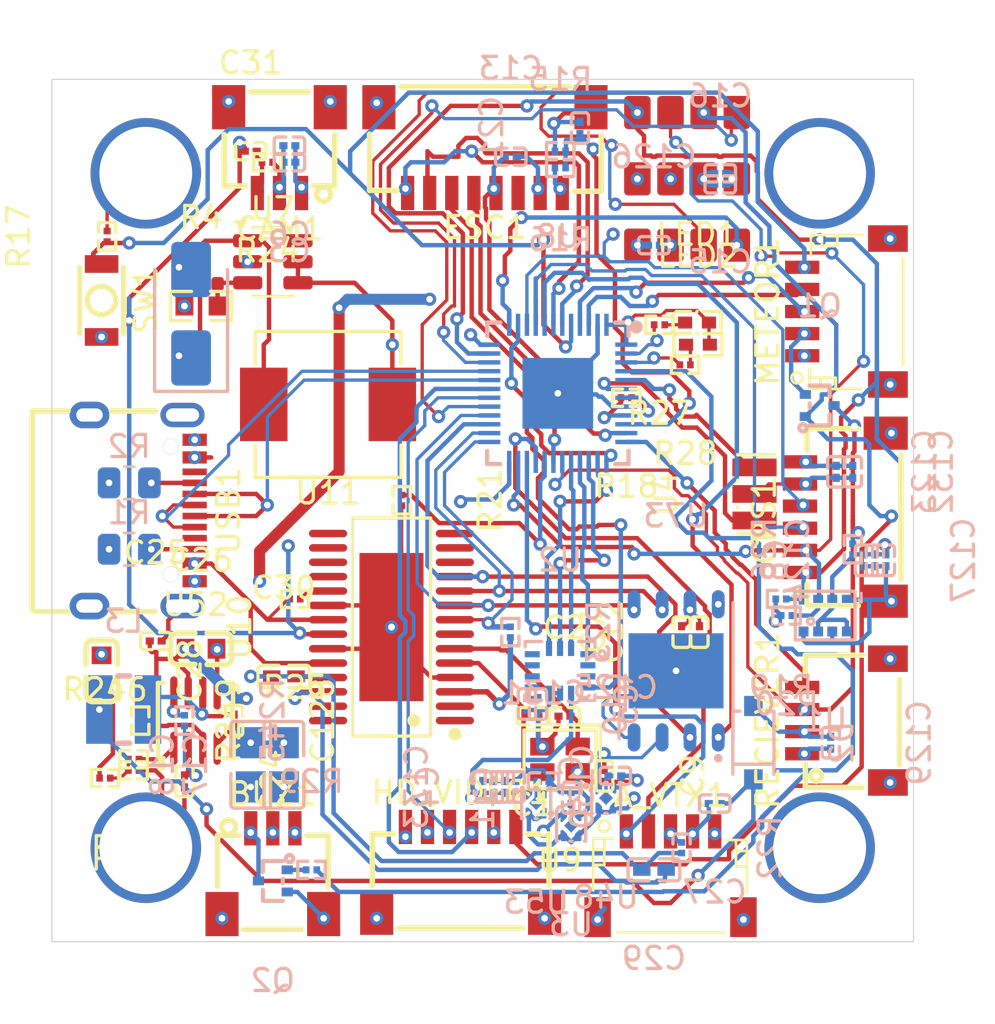
<source format=kicad_pcb>
(kicad_pcb (version 20241229) (generator "pcbnew") (generator_version "9.0")
  (layers (0 "F.Cu" signal) (4 "In1.Cu" power "PWR") (6 "In2.Cu" power "GND") (2 "B.Cu" signal) (13 "F.Paste" user) (15 "B.Paste" user) (5 "F.SilkS" user "F.Silkscreen") (7 "B.SilkS" user "B.Silkscreen") (1 "F.Mask" user) (3 "B.Mask" user) (25 "Edge.Cuts" user))
  (net 0 "")
  (net 1 "GND")
  (net 2 "Net-(U10-CLKIN)")
  (net 3 "Net-(U10-XFB)")
  (net 4 "5V")
  (net 5 "3V3-IMU")
  (net 6 "Net-(U2-VDD)")
  (net 7 "3V3-MCU")
  (net 8 "Net-(U3-EP)")
  (net 9 "3V3")
  (net 10 "/AT32/VBATADC")
  (net 11 "Net-(U52-VCC)")
  (net 12 "Net-(D2-A)")
  (net 13 "Net-(C29-Pad1)")
  (net 14 "Net-(U10-VOUT)")
  (net 15 "Net-(U10-SAG)")
  (net 16 "Net-(U10-VIN)")
  (net 17 "VBAT")
  (net 18 "Net-(U48-EP)")
  (net 19 "Net-(U52-SW)")
  (net 20 "Net-(U52-BST)")
  (net 21 "Net-(U53-EP)")
  (net 22 "Net-(LED1--)")
  (net 23 "Net-(LED2--)")
  (net 24 "Net-(Q2-B)")
  (net 25 "Net-(USB1-CC2)")
  (net 26 "Net-(USB1-CC1)")
  (net 27 "Net-(U8-NRST)")
  (net 28 "Net-(U8-PB2)")
  (net 29 "Net-(U10-RESET#)")
  (net 30 "Net-(U8-PC13)")
  (net 31 "Net-(U8-PC14)")
  (net 32 "Net-(U8-PC15)")
  (net 33 "CUR")
  (net 34 "Net-(U52-PG)")
  (net 35 "Net-(R246-Pad2)")
  (net 36 "FB-5V")
  (net 37 "Net-(U52-EN{slash}SYNC)")
  (net 43 "Net-(U4-Output)")
  (net 44 "Net-(U4-Input)")
  (net 59 "UART3_TX")
  (net 60 "VTX")
  (net 61 "UART3_RX")
  (net 62 "9V")
  (net 63 "BB-")
  (net 64 "CAM")
  (net 65 "UART2_TX")
  (net 66 "UART2_RX")
  (net 67 "Net-(U7-SW)")
  (net 68 "PWM4")
  (net 69 "PWM1")
  (net 70 "PWM3")
  (net 72 "PWM2")
  (net 73 "UART1_RX")
  (net 74 "SDA")
  (net 75 "SCL")
  (net 76 "UART1_TX")
  (net 77 "UART7_TX")
  (net 78 "SBUS")
  (net 79 "UART7_RX")
  (net 80 "BOOT")
  (net 81 "UART5_RX")
  (net 82 "UART5_TX")
  (net 83 "Net-(U7-FB)")
  (net 84 "SPI2_CS")
  (net 85 "SP1_MISO")
  (net 86 "SP1_MOSI")
  (net 87 "SP1_SCK")
  (net 88 "SP1_CS")
  (net 89 "GYRO_EXTI")
  (net 91 "D+")
  (net 92 "D-")
  (net 93 "SWDCLK")
  (net 94 "SPI2_MISO")
  (net 95 "SWDIO")
  (net 96 "BOX_CS")
  (net 97 "SPI2_MOSI")
  (net 98 "LED")
  (net 99 "SPI2_SCK")
  (footprint "lib:1.2_1.5mm pad" (layer "F.Cu") (at 164.5 90 90)
    (property "Reference" "U67" (hide yes))
    (property "Value" "~" (hide yes))
  )
  (footprint "lcsc:CONN-SMD_SM05B-SRSS-TB-LF-SN" (layer "F.Cu") (at 169.4 99 90)
    (property "Reference" "METEOR1")
    (property "Value" "SM05B-SRSS-TB (LF)(SN)")
  )
  (footprint "lcsc:C0603" (layer "F.Cu") (at 135.75 115.25 -90)
    (property "Reference" "C28")
    (property "Value" "22uF" (hide yes))
  )
  (footprint "lcsc:CONN-SMD_SM03B-SRSS-TB-LF-SN-P" (layer "F.Cu") (at 143.5 124.31)
    (property "Reference" "BUZ1")
    (property "Value" "SM03B-SRSS-TB(LF)(SN)(P)")
  )
  (footprint "lcsc:C0201" (layer "F.Cu") (at 158.5 120 -90)
    (property "Reference" "C9")
    (property "Value" "100nf")
  )
  (footprint "lcsc:CRYSTAL-SMD_3P-L3.2-W1.3-P1.2-BL-1" (layer "F.Cu") (at 165.3 107.25 90)
    (property "Reference" "U4")
    (property "Value" "CSTNE8M00G52A000R0")
  )
  (footprint "lcsc:R0201" (layer "F.Cu") (at 159.5 102.9 180)
    (property "Reference" "R18")
    (property "Value" "10k")
  )
  (footprint "lcsc:R0201" (layer "F.Cu") (at 143.25 92.25 180)
    (property "Reference" "R24")
    (property "Value" "75R")
  )
  (footprint "lib:1.2_1.5mm pad" (layer "F.Cu") (at 161.5 90 90)
    (property "Reference" "U70" (hide yes))
    (property "Value" "~" (hide yes))
  )
  (footprint "lcsc:CONN-SMD_SM05B-SRSS-TB-LF-SN" (layer "F.Cu") (at 161.5 124.45)
    (property "Reference" "A_VTX1")
    (property "Value" "SM05B-SRSS-TB (LF)(SN)")
  )
  (footprint "lcsc:C0603" (layer "F.Cu") (at 140.25 114.25)
    (property "Reference" "C26")
    (property "Value" "10uF")
  )
  (footprint "lib:1.2_1.5mm pad" (layer "F.Cu") (at 161.5 93 90)
    (property "Reference" "U15" (hide yes))
    (property "Value" "~" (hide yes))
  )
  (footprint "lcsc:R0201" (layer "F.Cu") (at 137.5 117.5 -90)
    (property "Reference" "R249")
    (property "Value" "1M")
  )
  (footprint "lcsc:R0201" (layer "F.Cu") (at 149.33 107.54 -90)
    (property "Reference" "R21")
    (property "Value" "10k")
  )
  (footprint "lib:1.2_1.5mm pad" (layer "F.Cu") (at 161.5 96 90)
    (property "Reference" "U13" (hide yes))
    (property "Value" "~" (hide yes))
  )
  (footprint "lcsc:CONN-SMD_SM03B-SRSS-TB-LF-SN-P" (layer "F.Cu") (at 143.8 91.7 180)
    (property "Reference" "CAM1")
    (property "Value" "SM03B-SRSS-TB(LF)(SN)(P)")
  )
  (footprint "lcsc:C0201" (layer "F.Cu") (at 139.5 120.25 -90)
    (property "Reference" "C24")
    (property "Value" "100nF")
  )
  (footprint "lcsc:LED0402-RD" (layer "F.Cu") (at 162.7 99.5)
    (property "Reference" "LED1")
    (property "Value" "BLUE" (hide yes))
  )
  (footprint "lib:1.2_1.5mm pad" (layer "F.Cu") (at 163 96 90)
    (property "Reference" "U59" (hide yes))
    (property "Value" "~" (hide yes))
  )
  (footprint "lcsc:IND-SMD_L7.1-W6.6" (layer "F.Cu") (at 146 103.2 180)
    (property "Reference" "U11")
    (property "Value" "APH0630T220M")
  )
  (footprint "lib:1.2_1.5mm pad" (layer "F.Cu") (at 160 90 90)
    (property "Reference" "U69" (hide yes))
    (property "Value" "~" (hide yes))
  )
  (footprint "lcsc:CONN-SMD_SM06B-SRSS-TB-LF-SN" (layer "F.Cu") (at 152 124.25)
    (property "Reference" "HD_VIDEO1")
    (property "Value" "SM06B-SRSS-TB(LF)(SN)")
  )
  (footprint "lcsc:CONN-SMD_SM06B-SRSS-TB-LF-SN" (layer "F.Cu") (at 169.3 108.3 90)
    (property "Reference" "GPS1")
    (property "Value" "SM06B-SRSS-TB(LF)(SN)")
  )
  (footprint "lib:1.2_1.5mm pad" (layer "F.Cu") (at 164.5 96 90)
    (property "Reference" "U66" (hide yes))
    (property "Value" "~" (hide yes))
  )
  (footprint "lcsc:R0201" (layer "F.Cu") (at 162.16 101.41 180)
    (property "Reference" "R28")
    (property "Value" "1k")
  )
  (footprint "lcsc:C0201" (layer "F.Cu") (at 162 113.5 90)
    (property "Reference" "C7")
    (property "Value" "100nf")
  )
  (footprint "lcsc:R0201" (layer "F.Cu") (at 144.5 112 180)
    (property "Reference" "R25")
    (property "Value" "10k")
  )
  (footprint "lcsc:C0201" (layer "F.Cu") (at 138.2 113.9)
    (property "Reference" "C25")
    (property "Value" "100nF")
  )
  (footprint "lib:1.2_1.5mm pad" (layer "F.Cu") (at 163 90 90)
    (property "Reference" "U71" (hide yes))
    (property "Value" "~" (hide yes))
  )
  (footprint "lcsc:CONN-SMD_4P-P1.00_SM04B-SRSS-TB-LF-SN" (layer "F.Cu") (at 169.4 117.5 90)
    (property "Reference" "RECIEVER1")
    (property "Value" "SM04B-SRSS-TB (LF)(SN)")
  )
  (footprint "lcsc:C0201" (layer "F.Cu") (at 162.81 113.5 90)
    (property "Reference" "C12")
    (property "Value" "1uf")
  )
  (footprint "lcsc:TSSOP-28_L9.7-W4.4-P0.65-LS6.4-BL-EP-2" (layer "F.Cu") (at 148.87 113.27 90)
    (property "Reference" "U10")
    (property "Value" "AT7456E" (hide yes))
  )
  (footprint "lcsc:R0201" (layer "F.Cu") (at 137.2 119.25 180)
    (property "Reference" "R248")
    (property "Value" "51K")
  )
  (footprint "lcsc:C0201" (layer "F.Cu") (at 141.75 117.5 -90)
    (property "Reference" "C128")
    (property "Value" "100nF")
  )
  (footprint "lcsc:R0201" (layer "F.Cu") (at 135.9 120.1)
    (property "Reference" "R246")
    (property "Value" "47K")
  )
  (footprint "lcsc:R0603" (layer "F.Cu") (at 140.25 98.75)
    (property "Reference" "R4")
    (property "Value" "FRC0603F3092TS")
  )
  (footprint "lcsc:CONN-TH_SM08B-SRSS-TB-LF-SN" (layer "F.Cu") (at 153.1 91.7 180)
    (property "Reference" "ESC1")
    (property "Value" "SM08B-SRSS-TB(LF)(SN)")
  )
  (footprint "lcsc:R0201" (layer "F.Cu") (at 137.2 119.75 180)
    (property "Reference" "R247")
    (property "Value" "8.2K")
  )
  (footprint "lib:1.2_1.5mm pad" (layer "F.Cu") (at 160 96 90)
    (property "Reference" "U5" (hide yes))
    (property "Value" "~" (hide yes))
  )
  (footprint "lcsc:R0201" (layer "F.Cu") (at 161 99.6 180)
    (property "Reference" "R27")
    (property "Value" "1k")
  )
  (footprint "lcsc:C0201" (layer "F.Cu") (at 156.7 117.3)
    (property "Reference" "C2")
    (property "Value" "12pf")
  )
  (footprint "lcsc:C0201" (layer "F.Cu") (at 155.25 117.3 180)
    (property "Reference" "C1")
    (property "Value" "12pf")
  )
  (footprint "lcsc:OSC-SMD_4P-L2.0-W1.6-BL_X201624MKB4SI" (layer "F.Cu") (at 156.5 119.25 180)
    (property "Reference" "U9")
    (property "Value" "27MHz")
  )
  (footprint "lib:1.2_1.5mm pad" (layer "F.Cu") (at 163 93 90)
    (property "Reference" "U14" (hide yes))
    (property "Value" "~" (hide yes))
  )
  (footprint "PCM_JLCPCB:R_0402" (layer "F.Cu") (at 140.5 97.75)
    (property "Reference" "R3" (hide yes))
    (property "Value" "2.2kΩ" (hide yes))
  )
  (footprint "lcsc:LED0402-RD" (layer "F.Cu") (at 162.74 100.5)
    (property "Reference" "LED2")
    (property "Value" "RED" (hide yes))
  )
  (footprint "lcsc:C0201" (layer "F.Cu") (at 142.5 91.75)
    (property "Reference" "C31")
    (property "Value" "100nf")
  )
  (footprint "lib:1.2_1.5mm pad" (layer "F.Cu") (at 164.5 93 90)
    (property "Reference" "U6" (hide yes))
    (property "Value" "~" (hide yes))
  )
  (footprint "lcsc:C0402" (layer "F.Cu") (at 144 115.5)
    (property "Reference" "C30")
    (property "Value" "10uf")
  )
  (footprint "lib:1.2_1.5mm pad" (layer "F.Cu") (at 160 93 90)
    (property "Reference" "U12" (hide yes))
    (property "Value" "~" (hide yes))
  )
  (footprint "Package_TO_SOT_SMD:SOT-23-6" (layer "F.Cu") (at 143.5 96.75)
    (property "Reference" "U7")
    (property "Value" "MT3608")
  )
  (footprint "lcsc:R0201" (layer "F.Cu") (at 136 95.6 90)
    (property "Reference" "R17")
    (property "Value" "10k")
  )
  (footprint "lcsc:SW-SMD_L3.0-W2.0-LS3.5" (layer "F.Cu") (at 135.75 98.5 -90)
    (property "Reference" "SW1")
    (property "Value" "TS2306A 200GF 002" (hide yes))
  )
  (footprint "lcsc:QFN-8_L3.0-W3.0-P0.65-BL" (layer "F.Cu") (at 140 117.5)
    (property "Reference" "U52")
    (property "Value" "MP9943GQ-Z")
  )
  (footprint "lcsc:USB-C-SMD_TYPE-C-6PIN-2MD-073" (layer "F.Cu") (at 137.5825 108 -90)
    (property "Reference" "USB1")
    (property "Value" "TYPE-C 16PIN 2MD(073)" (hide yes))
  )
  (footprint "lcsc:C0201" (layer "B.Cu") (at 155 116.75 90)
    (property "Reference" "C10")
    (property "Value" "1uf")
  )
  (footprint "lcsc:R0201" (layer "B.Cu") (at 156.51 92.5 180)
    (property "Reference" "R15")
    (property "Value" "10k")
  )
  (footprint "lcsc:SENSOR-SMD_SPL06-001" (layer "B.Cu") (at 168.5 112.75)
    (property "Reference" "U1")
    (property "Value" "SPL06-001")
  )
  (footprint "lcsc:R0201" (layer "B.Cu") (at 166.5 112)
    (property "Reference" "R19")
    (property "Value" "4K7")
  )
  (footprint "lcsc:C0201" (layer "B.Cu") (at 157.4 90.7 -90)
    (property "Reference" "C21")
    (property "Value" "100nf")
  )
  (footprint "lcsc:C0201" (layer "B.Cu") (at 170.75 110.25 90)
    (property "Reference" "C127")
    (property "Value" "1uf")
  )
  (footprint "lcsc:C0201" (layer "B.Cu") (at 154 120.5 -90)
    (property "Reference" "C133")
    (property "Value" "1uf")
  )
  (footprint "lcsc:C0201" (layer "B.Cu") (at 154.5 120.5 -90)
    (property "Reference" "C4")
    (property "Value" "22nf")
  )
  (footprint "lcsc:C0201" (layer "B.Cu") (at 155.75 120.25 180)
    (property "Reference" "C131")
    (property "Value" "10nF")
  )
  (footprint "lcsc:XDFN-4_L1.0-W1.0-P0.65-BL-EP" (layer "B.Cu") (at 155.42 121.23)
    (property "Reference" "U53")
    (property "Value" "RS3236-3.3YUTDN4")
  )
  (footprint "lcsc:WSON-8_L6.0-W5.0-P1.27-BL-EP" (layer "B.Cu") (at 161.75 115.25 180)
    (property "Reference" "U73")
    (property "Value" "W25Q128JVPIQ")
  )
  (footprint "lcsc:C0201" (layer "B.Cu") (at 171.25 110.25 -90)
    (property "Reference" "C124")
    (property "Value" "100nf")
  )
  (footprint "lcsc:C0201" (layer "B.Cu") (at 155.5 116.75 90)
    (property "Reference" "C5")
    (property "Value" "100nf")
  )
  (footprint "lcsc:SOD-123_L2.7-W1.7-LS3.8-RD" (layer "B.Cu") (at 165.25 118.5 90)
    (property "Reference" "D2")
    (property "Value" "B5819W")
  )
  (footprint "lcsc:C0402" (layer "B.Cu") (at 160.75 124.25)
    (property "Reference" "C29")
    (property "Value" "10uf")
  )
  (footprint "lcsc:C0201" (layer "B.Cu") (at 153 120.5 90)
    (property "Reference" "C14")
    (property "Value" "100nf")
  )
  (footprint "lcsc:R0201" (layer "B.Cu") (at 156.51 91.75)
    (property "Reference" "R16")
    (property "Value" "1k")
  )
  (footprint "lcsc:XDFN-4_L1.0-W1.0-P0.65-BL-EP" (layer "B.Cu") (at 157 122.25)
    (property "Reference" "U3")
    (property "Value" "RS3236-3.3YUTDN4")
  )
  (footprint "PCM_JLCPCB:D_SMA" (layer "B.Cu") (at 139.8 99.1 90)
    (property "Reference" "D1" (hide yes))
    (property "Value" "SS34")
  )
  (footprint "lcsc:R0201" (layer "B.Cu") (at 169.75 109.75 -90)
    (property "Reference" "R26")
    (property "Value" "1k")
  )
  (footprint "lcsc:IND-SMD_L3.0-W3.0_FTC303020D" (layer "B.Cu") (at 136.75 117 180)
    (property "Reference" "L3")
    (property "Value" "10uH")
  )
  (footprint "lcsc:C0201" (layer "B.Cu") (at 163.75 92.75)
    (property "Reference" "C15")
    (property "Value" "1uf")
  )
  (footprint "lcsc:C0805" (layer "B.Cu") (at 142.5 119.5 -90)
    (property "Reference" "C18")
    (property "Value" "CL21A226MAQNNNE")
  )
  (footprint "lcsc:C0201" (layer "B.Cu") (at 160.75 96 180)
    (property "Reference" "C126")
    (property "Value" "1uf")
  )
  (footprint "Resistor_SMD:R_0805_2012Metric" (layer "B.Cu") (at 137 106.75 180)
    (property "Reference" "R2")
    (property "Value" "5.1k")
  )
  (footprint "lcsc:C0201" (layer "B.Cu") (at 144.25 92.25)
    (property "Reference" "C3")
    (property "Value" "1uf")
  )
  (footprint "lcsc:C0201" (layer "B.Cu") (at 169 106.25 90)
    (property "Reference" "C123")
    (property "Value" "100nf")
  )
  (footprint "lcsc:C0201" (layer "B.Cu") (at 163.5 121.25)
    (property "Reference" "C27")
    (property "Value" "100nF")
  )
  (footprint "lcsc:R0201" (layer "B.Cu") (at 145.25 124.25 180)
    (property "Reference" "R29")
    (property "Value" "1k")
  )
  (footprint "lcsc:C0201" (layer "B.Cu") (at 168.75 118.5 90)
    (property "Reference" "C129")
    (property "Value" "100nf")
  )
  (footprint "lcsc:C0201" (layer "B.Cu") (at 157 121 -90)
    (property "Reference" "C11")
    (property "Value" "10nF")
  )
  (footprint "lcsc:C0201" (layer "B.Cu") (at 159 120 180)
    (property "Reference" "C125")
    (property "Value" "10nF")
  )
  (footprint "lcsc:R0201" (layer "B.Cu") (at 162 123.25 90)
    (property "Reference" "R22")
    (property "Value" "75R")
  )
  (footprint "lcsc:QFN-48_L6.0-W6.0-P0.40-TL-EP3.2" (layer "B.Cu") (at 156.4 102.7 180)
    (property "Reference" "U8")
    (property "Value" "AT32F435CGU7")
  )
  (footprint "lcsc:LGA-14_L3.0-W2.5-P0.50-TL" (layer "B.Cu") (at 156.5 115.25 180)
    (property "Reference" "U2")
    (property "Value" "ICM-42688-P")
  )
  (footprint "Resistor_SMD:R_0805_2012Metric" (layer "B.Cu") (at 137 109.75 180)
    (property "Reference" "R1")
    (property "Value" "5.1k")
  )
  (footprint "lcsc:SOT-523-3_L1.6-W0.8-P1.00-LS1.6-BR" (layer "B.Cu") (at 143.5 124.75)
    (property "Reference" "Q2")
    (property "Value" "S8050T")
  )
  (footprint "lcsc:XDFN-4_L1.0-W1.0-P0.65-BL-EP" (layer "B.Cu") (at 158.58 121)
    (property "Reference" "U48")
    (property "Value" "RS3236-3.3YUTDN4")
  )
  (footprint "lcsc:C0805" (layer "B.Cu") (at 144 119.5 -90)
    (property "Reference" "C17")
    (property "Value" "CL21A226MAQNNNE")
  )
  (footprint "lcsc:R0201" (layer "B.Cu") (at 139.5 117.5 90)
    (property "Reference" "R245")
    (property "Value" "100K")
  )
  (footprint "lcsc:C0201" (layer "B.Cu") (at 153.5 120.5 90)
    (property "Reference" "C130")
    (property "Value" "100nf")
  )
  (footprint "lcsc:C0201" (layer "B.Cu") (at 163.75 93.25 180)
    (property "Reference" "C16")
    (property "Value" "100nf")
  )
  (footprint "lcsc:C0201" (layer "B.Cu") (at 144.25 91.5)
    (property "Reference" "C6")
    (property "Value" "100nf")
  )
  (footprint "lcsc:C0201" (layer "B.Cu") (at 154.27 92 180)
    (property "Reference" "C13")
    (property "Value" "1uf")
  )
  (footprint "lcsc:R0201" (layer "B.Cu") (at 154.25 113.5 90)
    (property "Reference" "R23")
    (property "Value" "10k")
  )
  (footprint "lcsc:R0201" (layer "B.Cu") (at 166.75 112.75)
    (property "Reference" "R20")
    (property "Value" "4K7")
  )
  (footprint "lcsc:C0201" (layer "B.Cu") (at 170.25 110.25 -90)
    (property "Reference" "C8")
    (property "Value" "100nf")
  )
  (footprint "lcsc:C0201" (layer "B.Cu") (at 169.75 106.25 90)
    (property "Reference" "C132")
    (property "Value" "1uf")
  )
  (footprint "lcsc:SOT-523-3_L1.6-W0.8-P1.00-LS1.6-BR" (layer "B.Cu") (at 168.25 103.25 180)
    (property "Reference" "Q1")
    (property "Value" "S8050T")
  )
  (gr_rect (start 133.5 88.5) (end 172.5 127.5) (stroke (width 0.05)) (fill no) (layer "Edge.Cuts"))
  (segment (start 139.5 120.52) (end 139.5 121.5) (width 0.2) (layer "F.Cu") (net 1))
  (segment (start 162.81 114.19) (end 162.81 113.77) (width 0.15) (layer "F.Cu") (net 1))
  (segment (start 161.75 115.25) (end 162.81 114.19) (width 0.15) (layer "F.Cu") (net 1))
  (segment (start 156.674513 90.0365) (end 157.3235 90.0365) (width 0.2) (layer "F.Cu") (net 1))
  (segment (start 150.675 115.55) (end 148.87 113.745) (width 0.2) (layer "F.Cu") (net 1))
  (segment (start 138.18 119.75) (end 137.44 119.75) (width 0.2) (layer "F.Cu") (net 1))
  (segment (start 161.75 115.25) (end 162.31 114.69) (width 0.15) (layer "F.Cu") (net 1))
  (segment (start 149.33 107.78) (end 149.33 112.81) (width 0.15) (layer "F.Cu") (net 1))
  (segment (start 156.29 117.84) (end 156.43 117.7) (width 0.2) (layer "F.Cu") (net 1))
  (segment (start 162 113.87) (end 162 113.681) (width 0.15) (layer "F.Cu") (net 1))
  (segment (start 138.49 120.06) (end 138.18 119.75) (width 0.2) (layer "F.Cu") (net 1))
  (segment (start 155.52 118.5) (end 155.52 117.1) (width 0.2) (layer "F.Cu") (net 1))
  (segment (start 165.5 107.25) (end 165.95 106.8) (width 0.15) (layer "F.Cu") (net 1))
  (segment (start 140.98 114.28) (end 140.95 114.25) (width 0.2) (layer "F.Cu") (net 1))
  (segment (start 156.29 118.09) (end 156.29 117.84) (width 0.2) (layer "F.Cu") (net 1))
  (segment (start 159.921 120.27) (end 158.5 120.27) (width 0.2) (layer "F.Cu") (net 1))
  (segment (start 135.75 114.55) (end 135.75 114.5) (width 0.2) (layer "F.Cu") (net 1))
  (segment (start 156.29 118.09) (end 155.7 118.68) (width 0.2) (layer "F.Cu") (net 1))
  (segment (start 162.31 114.18) (end 162 113.87) (width 0.15) (layer "F.Cu") (net 1))
  (segment (start 156.43 117.7) (end 156.43 117.3) (width 0.2) (layer "F.Cu") (net 1))
  (segment (start 165.95 106.8) (end 167.62 106.8) (width 0.15) (layer "F.Cu") (net 1))
  (segment (start 146 114.25) (end 147.89 114.25) (width 0.2) (layer "F.Cu") (net 1))
  (segment (start 156.217502 90.493511) (end 156.674513 90.0365) (width 0.2) (layer "F.Cu") (net 1))
  (segment (start 149.33 112.81) (end 148.87 113.27) (width 0.15) (layer "F.Cu") (net 1))
  (segment (start 136.25 94.25) (end 137.75 92.75) (width 0.2) (layer "F.Cu") (net 1))
  (segment (start 140.98 116.25) (end 140.98 114.28) (width 0.2) (layer "F.Cu") (net 1))
  (segment (start 136 94.5) (end 137.75 92.75) (width 0.15) (layer "F.Cu") (net 1))
  (segment (start 139.5 121.5) (end 137.75 123.25) (width 0.2) (layer "F.Cu") (net 1))
  (segment (start 143.8 92.56) (end 143.49 92.25) (width 0.2) (layer "F.Cu") (net 1))
  (segment (start 138.77 113.5) (end 138.77 112.9625) (width 0.2) (layer "F.Cu") (net 1))
  (segment (start 138.77 112.9625) (end 139.4125 112.32) (width 0.2) (layer "F.Cu") (net 1))
  (segment (start 137.75 123.25) (end 138.49 122.51) (width 0.2) (layer "F.Cu") (net 1))
  (segment (start 147.89 112.29) (end 148.87 113.27) (width 0.2) (layer "F.Cu") (net 1))
  (segment (start 157.75 120.27) (end 157.3 119.82) (width 0.2) (layer "F.Cu") (net 1))
  (segment (start 159.99 120.201) (end 159.921 120.27) (width 0.2) (layer "F.Cu") (net 1))
  (segment (start 155.7 118.68) (end 155.52 118.5) (width 0.2) (layer "F.Cu") (net 1))
  (segment (start 146 112.29) (end 147.89 112.29) (width 0.2) (layer "F.Cu") (net 1))
  (segment (start 158.5 120.27) (end 157.75 120.27) (width 0.2) (layer "F.Cu") (net 1))
  (segment (start 143.8 93.38) (end 143.8 92.56) (width 0.2) (layer "F.Cu") (net 1))
  (segment (start 162.31 114.69) (end 162.31 114.18) (width 0.15) (layer "F.Cu") (net 1))
  (segment (start 151.74 115.55) (end 150.675 115.55) (width 0.2) (layer "F.Cu") (net 1))
  (segment (start 137.71 92.75) (end 137.75 92.75) (width 0.15) (layer "F.Cu") (net 1))
  (segment (start 147.89 114.25) (end 148.87 113.27) (width 0.2) (layer "F.Cu") (net 1))
  (segment (start 136 95.36) (end 136 94.5) (width 0.15) (layer "F.Cu") (net 1))
  (segment (start 138.49 122.51) (end 138.49 120.06) (width 0.2) (layer "F.Cu") (net 1))
  (segment (start 157.3235 90.0365) (end 157.8 89.56) (width 0.2) (layer "F.Cu") (net 1))
  (segment (start 138.77 113.5) (end 138.77 113.6) (width 0.2) (layer "F.Cu") (net 1))
  (segment (start 148.87 113.745) (end 148.87 113.27) (width 0.2) (layer "F.Cu") (net 1))
  (segment (start 138.77 113.6) (end 138.47 113.9) (width 0.2) (layer "F.Cu") (net 1))
  (via (at 171.5 104.5) (size 0.6) (drill 0.3) (layers "F.Cu" "B.Cu") (net 1))
  (via (at 139.5 98.75) (size 0.6) (drill 0.3) (layers "F.Cu" "B.Cu") (net 1))
  (via (at 136.0875 106.75) (size 0.6) (drill 0.3) (layers "F.Cu" "B.Cu") (net 1))
  (via (at 137.75 92.75) (size 5) (drill 4.2) (layers "F.Cu" "B.Cu") (net 1))
  (via (at 162.5 122.62) (size 0.6) (drill 0.3) (layers "F.Cu" "B.Cu") (net 1))
  (via (at 137.75 123.25) (size 5) (drill 4.2) (layers "F.Cu" "B.Cu") (net 1))
  (via (at 142.5 118.5) (size 0.6) (drill 0.3) (layers "F.Cu" "B.Cu") (net 1))
  (via (at 148.2 126.44) (size 0.6) (drill 0.3) (layers "F.Cu" "B.Cu") (net 1))
  (via (at 163 93) (size 0.6) (drill 0.3) (layers "F.Cu" "B.Cu") (net 1))
  (via (at 153.5 122.56) (size 0.6) (drill 0.3) (layers "F.Cu" "B.Cu") (net 1))
  (via (at 144.5 122.56) (size 0.6) (drill 0.3) (layers "F.Cu" "B.Cu") (net 1))
  (via (at 143.8 93.38) (size 0.6) (drill 0.3) (layers "F.Cu" "B.Cu") (net 1))
  (via (at 168.25 92.75) (size 5) (drill 4.2) (layers "F.Cu" "B.Cu") (net 1))
  (via (at 161.75 115.25) (size 0.6) (drill 0.3) (layers "F.Cu" "B.Cu") (net 1))
  (via (at 171.44 95.7) (size 0.6) (drill 0.3) (layers "F.Cu" "B.Cu") (net 1))
  (via (at 171.44 102.3) (size 0.6) (drill 0.3) (layers "F.Cu" "B.Cu") (net 1))
  (via (at 155.7 118.68) (size 0.6) (drill 0.3) (layers "F.Cu" "B.Cu") (net 1))
  (via (at 148.87 113.27) (size 0.6) (drill 0.3) (layers "F.Cu" "B.Cu") (net 1))
  (via (at 145.8 126.44) (size 0.6) (drill 0.3) (layers "F.Cu" "B.Cu") (net 1))
  (via (at 164.8 126.5) (size 0.6) (drill 0.3) (layers "F.Cu" "B.Cu") (net 1))
  (via (at 167.62 106.8) (size 0.6) (drill 0.3) (layers "F.Cu" "B.Cu") (net 1))
  (via (at 136.0875 109.75) (size 0.6) (drill 0.3) (layers "F.Cu" "B.Cu") (net 1))
  (via (at 161.5 96) (size 0.6) (drill 0.3) (layers "F.Cu" "B.Cu") (net 1))
  (via (at 155.5 93.44) (size 0.6) (drill 0.3) (layers "F.Cu" "B.Cu") (net 1))
  (via (at 158.2 126.5) (size 0.6) (drill 0.3) (layers "F.Cu" "B.Cu") (net 1))
  (via (at 148.2 89.56) (size 0.6) (drill 0.3) (layers "F.Cu" "B.Cu") (net 1))
  (via (at 148.87 113.27) (size 0.6) (drill 0.3) (layers "F.Cu" "B.Cu") (net 1))
  (via (at 156.4 102.7) (size 0.6) (drill 0.3) (layers "F.Cu" "B.Cu") (net 1))
  (via (at 140.98 114.28) (size 0.6) (drill 0.3) (layers "F.Cu" "B.Cu") (net 1))
  (via (at 139.9625 111.2) (size 0.6) (drill 0.3) (layers "F.Cu" "B.Cu") (net 1))
  (via (at 159.99 120.201) (size 0.6) (drill 0.3) (layers "F.Cu" "B.Cu") (net 1))
  (via (at 171.44 114.7) (size 0.6) (drill 0.3) (layers "F.Cu" "B.Cu") (net 1))
  (via (at 168.25 123.25) (size 5) (drill 4.2) (layers "F.Cu" "B.Cu") (net 1))
  (via (at 141.2 126.44) (size 0.6) (drill 0.3) (layers "F.Cu" "B.Cu") (net 1))
  (via (at 135.75 114.5) (size 0.6) (drill 0.3) (layers "F.Cu" "B.Cu") (net 1))
  (via (at 150.5 122.56) (size 0.6) (drill 0.3) (layers "F.Cu" "B.Cu") (net 1))
  (via (at 161.5 93) (size 0.6) (drill 0.3) (layers "F.Cu" "B.Cu") (net 1))
  (via (at 146.1 89.5) (size 0.6) (drill 0.3) (layers "F.Cu" "B.Cu") (net 1))
  (via (at 157.3 119.82) (size 0.6) (drill 0.3) (layers "F.Cu" "B.Cu") (net 1))
  (via (at 171.5 112.1) (size 0.6) (drill 0.3) (layers "F.Cu" "B.Cu") (net 1))
  (via (at 139.9625 104.8) (size 0.6) (drill 0.3) (layers "F.Cu" "B.Cu") (net 1))
  (via (at 141.5 89.5) (size 0.6) (drill 0.3) (layers "F.Cu" "B.Cu") (net 1))
  (via (at 171.44 120.3) (size 0.6) (drill 0.3) (layers "F.Cu" "B.Cu") (net 1))
  (via (at 142.3625 96.75) (size 0.6) (drill 0.3) (layers "F.Cu" "B.Cu") (net 1))
  (via (at 167.56 119) (size 0.6) (drill 0.3) (layers "F.Cu" "B.Cu") (net 1))
  (via (at 144 118.5) (size 0.6) (drill 0.3) (layers "F.Cu" "B.Cu") (net 1))
  (via (at 167.56 100) (size 0.6) (drill 0.3) (layers "F.Cu" "B.Cu") (net 1))
  (via (at 155.8 126.44) (size 0.6) (drill 0.3) (layers "F.Cu" "B.Cu") (net 1))
  (via (at 156.217502 90.493511) (size 0.6) (drill 0.3) (layers "F.Cu" "B.Cu") (net 1))
  (segment (start 157.75 121) (end 157.48 120.73) (width 0.2) (layer "B.Cu") (net 1))
  (segment (start 167.6 102.75) (end 166.959 102.109) (width 0.2) (layer "B.Cu") (net 1))
  (segment (start 156.281013 90.43) (end 157.4 90.43) (width 0.2) (layer "B.Cu") (net 1))
  (segment (start 162.5 122.62) (end 163.23 121.89) (width 0.2) (layer "B.Cu") (net 1))
  (segment (start 154.5 120.23) (end 154 120.23) (width 0.2) (layer "B.Cu") (net 1))
  (segment (start 144.15 125.25) (end 144.61 125.25) (width 0.2) (layer "B.Cu") (net 1))
  (segment (start 170.5 113.502) (end 170.006 113.996) (width 0.2) (layer "B.Cu") (net 1))
  (segment (start 158.2 99.6) (end 158.2 100.9) (width 0.2) (layer "B.Cu") (net 1))
  (segment (start 168.82 113.895) (end 168.82 113.47) (width 0.2) (layer "B.Cu") (net 1))
  (segment (start 170.25 110.52) (end 170.75 110.52) (width 0.2) (layer "B.Cu") (net 1))
  (segment (start 167.79 118.77) (end 167.56 119) (width 0.2) (layer "B.Cu") (net 1))
  (segment (start 170.5 112.03) (end 171.43 112.03) (width 0.2) (layer "B.Cu") (net 1))
  (segment (start 155.907 117.02) (end 156 116.927) (width 0.2) (layer "B.Cu") (net 1))
  (segment (start 155.5 118.48) (end 155.7 118.68) (width 0.2) (layer "B.Cu") (net 1))
  (segment (start 153.5 120.23) (end 153 120.23) (width 0.2) (layer "B.Cu") (net 1))
  (segment (start 155.5 117.02) (end 155.5 118.48) (width 0.2) (layer "B.Cu") (net 1))
  (segment (start 157.3 120.55) (end 157.3 119.82) (width 0.2) (layer "B.Cu") (net 1))
  (segment (start 167.654 113.996) (end 168.719 113.996) (width 0.2) (layer "B.Cu") (net 1))
  (segment (start 167.52 113.47) (end 167.52 113.862) (width 0.2) (layer "B.Cu") (net 1))
  (segment (start 158.2 100.9) (end 156.4 102.7) (width 0.2) (layer "B.Cu") (net 1))
  (segment (start 158.836146 103.3) (end 158.387146 102.851) (width 0.2) (layer "B.Cu") (net 1))
  (segment (start 155.5 117.02) (end 155.907 117.02) (width 0.2) (layer "B.Cu") (net 1))
  (segment (start 157.75 121.5) (end 157.75 121) (width 0.2) (layer "B.Cu") (net 1))
  (segment (start 158.448 116.737412) (end 158.805412 116.38) (width 0.15) (layer "B.Cu") (net 1))
  (segment (start 159.789 120) (end 159.99 120.201) (width 0.2) (layer "B.Cu") (net 1))
  (segment (start 142.5 118.5) (end 144 118.5) (width 0.2) (layer "B.Cu") (net 1))
  (segment (start 158.91 120.52) (end 159.25 120.52) (width 0.2) (layer "B.Cu") (net 1))
  (segment (start 166.959 102.109) (end 166.959 100.601) (width 0.2) (layer "B.Cu") (net 1))
  (segment (start 156.02 120.25) (end 156.02 120.02) (width 0.2) (layer "B.Cu") (net 1))
  (segment (start 156.353991 90.63) (end 156.217502 90.493511) (width 0.2) (layer "B.Cu") (net 1))
  (segment (start 143.98 92.25) (end 143.98 91.5) (width 0.2) (layer "B.Cu") (net 1))
  (segment (start 155.5 117.02) (end 155 117.02) (width 0.2) (layer "B.Cu") (net 1))
  (segment (start 166.959 100.601) (end 167.56 100) (width 0.2) (layer "B.Cu") (net 1))
  (segment (start 156 116.927) (end 156 116.26) (width 0.2) (layer "B.Cu") (net 1))
  (segment (start 159.41 118.26) (end 158.448 117.298) (width 0.15) (layer "B.Cu") (net 1))
  (segment (start 163.48 93.25) (end 163.25 93.25) (width 0.25) (layer "B.Cu") (net 1))
  (segment (start 159.27 120.5) (end 159.27 120) (width 0.2) (layer "B.Cu") (net 1))
  (segment (start 158.5 126) (end 158.2 126.3) (width 0.25) (layer "B.Cu") (net 1))
  (segment (start 158.2 126.3) (end 158.2 126.5) (width 0.25) (layer "B.Cu") (net 1))
  (segment (start 159.27 120) (end 159.789 120) (width 0.2) (layer "B.Cu") (net 1))
  (segment (start 155 92) (end 154.52 92) (width 0.2) (layer "B.Cu") (net 1))
  (segment (start 163.25 92.75) (end 163 93) (width 0.25) (layer "B.Cu") (net 1))
  (segment (start 153.5 120.23) (end 154 120.23) (width 0.2) (layer "B.Cu") (net 1))
  (segment (start 157 120.73) (end 156.5 120.73) (width 0.2) (layer "B.Cu") (net 1))
  (segment (start 171.25 110.52) (end 171.25 111.85) (width 0.2) (layer "B.Cu") (net 1))
  (segment (start 144.61 125.25) (end 145.8 126.44) (width 0.2) (layer "B.Cu") (net 1))
  (segment (start 159.85 118.26) (end 159.41 118.26) (width 0.15) (layer "B.Cu") (net 1))
  (segment (start 170.5 112.03) (end 170.5 113.502) (width 0.2) (layer "B.Cu") (net 1))
  (segment (start 169.48 112.03) (end 170.5 112.03) (width 0.2) (layer "B.Cu") (net 1))
  (segment (start 168.75 118.77) (end 167.79 118.77) (width 0.2) (layer "B.Cu") (net 1))
  (segment (start 156.217502 90.493511) (end 156.281013 90.43) (width 0.2) (layer "B.Cu") (net 1))
  (segment (start 157.48 121.77) (end 157.75 121.5) (width 0.2) (layer "B.Cu") (net 1))
  (segment (start 157.48 120.73) (end 157.3 120.55) (width 0.2) (layer "B.Cu") (net 1))
  (segment (start 156.5 120.73) (end 156.02 120.25) (width 0.2) (layer "B.Cu") (net 1))
  (segment (start 168.719 113.996) (end 168.82 113.895) (width 0.2) (layer "B.Cu") (net 1))
  (segment (start 161.02 96) (end 161.5 96) (width 0.25) (layer "B.Cu") (net 1))
  (segment (start 167.52 113.862) (end 167.654 113.996) (width 0.2) (layer "B.Cu") (net 1))
  (segment (start 156.27 90.546009) (end 156.217502 90.493511) (width 0.2) (layer "B.Cu") (net 1))
  (segment (start 163.23 121.89) (end 163.23 121.25) (width 0.2) (layer "B.Cu") (net 1))
  (segment (start 169 106.52) (end 167.9 106.52) (width 0.2) (layer "B.Cu") (net 1))
  (segment (start 155.75 120.75) (end 156 120.5) (width 0.2) (layer "B.Cu") (net 1))
  (segment (start 143.98 93.2) (end 143.8 93.38) (width 0.2) (layer "B.Cu") (net 1))
  (segment (start 163.48 92.75) (end 163.25 92.75) (width 0.25) (layer "B.Cu") (net 1))
  (segment (start 170.006 113.996) (end 168.719 113.996) (width 0.2) (layer "B.Cu") (net 1))
  (segment (start 171.43 112.03) (end 171.5 112.1) (width 0.2) (layer "B.Cu") (net 1))
  (segment (start 160.62 116.38) (end 161.75 115.25) (width 0.15) (layer "B.Cu") (net 1))
  (segment (start 155.75 119.75) (end 154.98 119.75) (width 0.2) (layer "B.Cu") (net 1))
  (segment (start 157.33 121.77) (end 157.48 121.77) (width 0.2) (layer "B.Cu") (net 1))
  (segment (start 158.150059 102.75) (end 156.45 102.75) (width 0.2) (layer "B.Cu") (net 1))
  (segment (start 156.02 120.02) (end 155.75 119.75) (width 0.2) (layer "B.Cu") (net 1))
  (segment (start 159.25 120.52) (end 159.27 120.5) (width 0.2) (layer "B.Cu") (net 1))
  (segment (start 158.805412 116.38) (end 160.62 116.38) (width 0.15) (layer "B.Cu") (net 1))
  (segment (start 158.448 117.298) (end 158.448 116.737412) (width 0.15) (layer "B.Cu") (net 1))
  (segment (start 156.45 102.75) (end 156.4 102.7) (width 0.2) (layer "B.Cu") (net 1))
  (segment (start 158.387146 102.851) (end 158.251059 102.851) (width 0.2) (layer "B.Cu") (net 1))
  (segment (start 143.98 92.25) (end 143.98 93.2) (width 0.2) (layer "B.Cu") (net 1))
  (segment (start 169.75 106.52) (end 169 106.52) (width 0.2) (layer "B.Cu") (net 1))
  (segment (start 158.251059 102.851) (end 158.150059 102.75) (width 0.2) (layer "B.Cu") (net 1))
  (segment (start 155.5 93.44) (end 155.5 92.5) (width 0.2) (layer "B.Cu") (net 1))
  (segment (start 156 120.5) (end 156 120.27) (width 0.2) (layer "B.Cu") (net 1))
  (segment (start 156 120.27) (end 156.02 120.25) (width 0.2) (layer "B.Cu") (net 1))
  (segment (start 159.5 103.3) (end 158.836146 103.3) (width 0.2) (layer "B.Cu") (net 1))
  (segment (start 156.27 91.75) (end 156.27 90.546009) (width 0.2) (layer "B.Cu") (net 1))
  (segment (start 154.98 119.75) (end 154.5 120.23) (width 0.2) (layer "B.Cu") (net 1))
  (segment (start 170.75 110.52) (end 171.25 110.52) (width 0.2) (layer "B.Cu") (net 1))
  (segment (start 157.48 120.73) (end 157 120.73) (width 0.2) (layer "B.Cu") (net 1))
  (segment (start 171.25 111.85) (end 171.5 112.1) (width 0.2) (layer "B.Cu") (net 1))
  (segment (start 163.25 93.25) (end 163 93) (width 0.25) (layer "B.Cu") (net 1))
  (segment (start 156 116.26) (end 156.5 116.26) (width 0.2) (layer "B.Cu") (net 1))
  (segment (start 167.9 106.52) (end 167.62 106.8) (width 0.2) (layer "B.Cu") (net 1))
  (segment (start 155.5 92.5) (end 155 92) (width 0.2) (layer "B.Cu") (net 1))
  (segment (start 154.849 119.599) (end 155.08 119.83) (width 0.2) (layer "F.Cu") (net 2))
  (segment (start 155.08 119.83) (end 155.7 119.83) (width 0.2) (layer "F.Cu") (net 2))
  (segment (start 151.74 114.9) (end 152.805 114.9) (width 0.2) (layer "F.Cu") (net 2))
  (segment (start 154.849 116.944) (end 154.849 119.599) (width 0.2) (layer "F.Cu") (net 2))
  (segment (start 152.805 114.9) (end 154.849 116.944) (width 0.2) (layer "F.Cu") (net 2))
  (segment (start 154.0729 114.3229) (end 157.3 117.55) (width 0.2) (layer "F.Cu") (net 3))
  (segment (start 151.74 114.25) (end 153.734961 114.25) (width 0.2) (layer "F.Cu") (net 3))
  (segment (start 157.3 117.55) (end 157.3 118.67) (width 0.2) (layer "F.Cu") (net 3))
  (segment (start 153.734961 114.25) (end 153.807861 114.3229) (width 0.2) (layer "F.Cu") (net 3))
  (segment (start 153.807861 114.3229) (end 154.0729 114.3229) (width 0.2) (layer "F.Cu") (net 3))
  (segment (start 146 112.94) (end 143.2525 112.94) (width 0.2) (layer "F.Cu") (net 4))
  (segment (start 142.5 114.25) (end 142.5 112.1875) (width 0.2) (layer "F.Cu") (net 4))
  (segment (start 144.1925 112) (end 143.2525 112.94) (width 0.15) (layer "F.Cu") (net 4))
  (segment (start 147.2 97.7) (end 148.91 99.41) (width 0.2) (layer "F.Cu") (net 4))
  (segment (start 153.2 116.2) (end 153.75 116.75) (width 0.25) (layer "F.Cu") (net 4))
  (segment (start 144.6375 97.7) (end 147.2 97.7) (width 0.2) (layer "F.Cu") (net 4))
  (segment (start 142.5 112.1875) (end 140.7125 110.4) (width 0.2) (layer "F.Cu") (net 4))
  (segment (start 144.26 112) (end 144.1925 112) (width 0.15) (layer "F.Cu") (net 4))
  (segment (start 143.15 114.9) (end 142.5 114.25) (width 0.2) (layer "F.Cu") (net 4))
  (segment (start 143.2525 112.94) (end 142.5 112.1875) (width 0.2) (layer "F.Cu") (net 4))
  (segment (start 146 114.9) (end 143.15 114.9) (width 0.2) (layer "F.Cu") (net 4))
  (segment (start 148.91 100.5) (end 148.91 103.2) (width 0.2) (layer "F.Cu") (net 4))
  (segment (start 139.9625 105.6) (end 140.7125 105.6) (width 0.2) (layer "F.Cu") (net 4))
  (segment (start 140.7125 110.4) (end 139.9625 110.4) (width 0.2) (layer "F.Cu") (net 4))
  (segment (start 148.91 99.41) (end 148.91 100.5) (width 0.2) (layer "F.Cu") (net 4))
  (segment (start 144.6375 96.75) (end 144.6375 97.7) (width 0.2) (layer "F.Cu") (net 4))
  (segment (start 151.74 116.2) (end 153.2 116.2) (width 0.25) (layer "F.Cu") (net 4))
  (via (at 160 96) (size 0.6) (drill 0.3) (layers "F.Cu" "B.Cu") (net 4))
  (via (at 148.91 100.5) (size 0.6) (drill 0.3) (layers "F.Cu" "B.Cu") (net 4))
  (via (at 139.9625 105.6) (size 0.6) (drill 0.3) (layers "F.Cu" "B.Cu") (net 4))
  (via (at 159.85 121) (size 0.6) (drill 0.3) (layers "F.Cu" "B.Cu") (net 4))
  (via (at 143.5 122.56) (size 0.6) (drill 0.3) (layers "F.Cu" "B.Cu") (net 4))
  (via (at 167.56 118) (size 0.6) (drill 0.3) (layers "F.Cu" "B.Cu") (net 4))
  (via (at 139.9625 110.4) (size 0.6) (drill 0.3) (layers "F.Cu" "B.Cu") (net 4))
  (via (at 153.75 116.75) (size 0.6) (drill 0.3) (layers "F.Cu" "B.Cu") (net 4))
  (via (at 167.62 105.8) (size 0.6) (drill 0.3) (layers "F.Cu" "B.Cu") (net 4))
  (via (at 144 120.5) (size 0.6) (drill 0.3) (layers "F.Cu" "B.Cu") (net 4))
  (via (at 144.8 93.38) (size 0.6) (drill 0.3) (layers "F.Cu" "B.Cu") (net 4))
  (segment (start 158.74 121.64) (end 158.91 121.47) (width 0.2) (layer "B.Cu") (net 4))
  (segment (start 155.501057 123.101) (end 155.09 122.689943) (width 0.2) (layer "B.Cu") (net 4))
  (segment (start 157.28 122.72) (end 157 123) (width 0.2) (layer "B.Cu") (net 4))
  (segment (start 144.52 92.25) (end 144.52 91.5) (width 0.2) (layer "B.Cu") (net 4))
  (segment (start 157.33 122.72) (end 158.25 121.8) (width 0.2) (layer "B.Cu") (net 4))
  (segment (start 156.67 122.73) (end 156.52 122.73) (width 0.2) (layer "B.Cu") (net 4))
  (segment (start 168.75 118.23) (end 167.79 118.23) (width 0.2) (layer "B.Cu") (net 4))
  (segment (start 155.330029 121.950029) (end 155.09 121.71) (width 0.2) (layer "B.Cu") (net 4))
  (segment (start 156.52 122.73) (end 156.149 123.101) (width 0.2) (layer "B.Cu") (net 4))
  (segment (start 167.56 118) (end 166.41 118) (width 0.2) (layer "B.Cu") (net 4))
  (segment (start 160.48 96) (end 160 96) (width 0.25) (layer "B.Cu") (net 4))
  (segment (start 155.09 122.689943) (end 155.09 121.71) (width 0.2) (layer "B.Cu") (net 4))
  (segment (start 158.41 121.64) (end 158.74 121.64) (width 0.2) (layer "B.Cu") (net 4))
  (segment (start 159.53 121.47) (end 158.91 121.47) (width 0.2) (layer "B.Cu") (net 4))
  (segment (start 166.41 118) (end 165.25 116.84) (width 0.2) (layer "B.Cu") (net 4))
  (segment (start 155.530057 121.87) (end 155.450028 121.950029) (width 0.2) (layer "B.Cu") (net 4))
  (segment (start 159.85 121.15) (end 159.53 121.47) (width 0.2) (layer "B.Cu") (net 4))
  (segment (start 156.73 122.73) (end 156.67 122.73) (width 0.2) (layer "B.Cu") (net 4))
  (segment (start 158.25 121.8) (end 158.25 121.48) (width 0.2) (layer "B.Cu") (net 4))
  (segment (start 158.25 121.48) (end 158.41 121.64) (width 0.2) (layer "B.Cu") (net 4))
  (segment (start 167.8 105.98) (end 167.62 105.8) (width 0.2) (layer "B.Cu") (net 4))
  (segment (start 157 123) (end 156.73 122.73) (width 0.2) (layer "B.Cu") (net 4))
  (segment (start 167.79 118.23) (end 167.56 118) (width 0.2) (layer "B.Cu") (net 4))
  (segment (start 154.25 116.25) (end 153.75 116.75) (width 0.25) (layer "B.Cu") (net 4))
  (segment (start 155.450028 121.950029) (end 155.330029 121.950029) (width 0.2) (layer "B.Cu") (net 4))
  (segment (start 144.52 92.25) (end 144.52 93.1) (width 0.2) (layer "B.Cu") (net 4))
  (segment (start 169 105.98) (end 167.8 105.98) (width 0.2) (layer "B.Cu") (net 4))
  (segment (start 155.58 121.87) (end 155.530057 121.87) (width 0.2) (layer "B.Cu") (net 4))
  (segment (start 169.75 105.98) (end 169 105.98) (width 0.2) (layer "B.Cu") (net 4))
  (segment (start 157.33 122.72) (end 157.28 122.72) (width 0.2) (layer "B.Cu") (net 4))
  (segment (start 159.85 121) (end 159.85 121.15) (width 0.2) (layer "B.Cu") (net 4))
  (segment (start 155.75 121.7) (end 155.58 121.87) (width 0.2) (layer "B.Cu") (net 4))
  (segment (start 156.149 123.101) (end 155.501057 123.101) (width 0.2) (layer "B.Cu") (net 4))
  (segment (start 154.25 113.74) (end 154.25 116.25) (width 0.25) (layer "B.Cu") (net 4))
  (segment (start 144.52 93.1) (end 144.8 93.38) (width 0.2) (layer "B.Cu") (net 4))
  (segment (start 158.526607 103.823602) (end 158.526607 103.840403) (width 0.2) (layer "F.Cu") (net 5))
  (segment (start 159.26 103.106332) (end 159.26 102.9) (width 0.2) (layer "F.Cu") (net 5))
  (segment (start 158.569335 103.796997) (end 159.26 103.106332) (width 0.2) (layer "F.Cu") (net 5))
  (segment (start 158.526607 103.840403) (end 158.537204 103.851) (width 0.2) (layer "F.Cu") (net 5))
  (segment (start 158.500002 103.796997) (end 158.526607 103.823602) (width 0.2) (layer "F.Cu") (net 5))
  (segment (start 158.500002 103.796997) (end 158.569335 103.796997) (width 0.2) (layer "F.Cu") (net 5))
  (via (at 152.5 121) (size 0.6) (drill 0.3) (layers "F.Cu" "B.Cu") (net 5))
  (via (at 158.500002 103.796997) (size 0.6) (drill 0.3) (layers "F.Cu" "B.Cu") (net 5))
  (segment (start 152.73 120.77) (end 152.539 120.579) (width 0.2) (layer "B.Cu") (net 5))
  (segment (start 152.539 119.744) (end 153.002 119.281) (width 0.2) (layer "B.Cu") (net 5))
  (segment (start 152.539 120.579) (end 152.539 119.744) (width 0.2) (layer "B.Cu") (net 5))
  (segment (start 152.73 120.77) (end 152.5 121) (width 0.2) (layer "B.Cu") (net 5))
  (segment (start 154.5 120.77) (end 154 120.77) (width 0.2) (layer "B.Cu") (net 5))
  (segment (start 153.5 120.77) (end 154 120.77) (width 0.2) (layer "B.Cu") (net 5))
  (segment (start 153.5 120.77) (end 153 120.77) (width 0.2) (layer "B.Cu") (net 5))
  (segment (start 158.596999 103.7) (end 158.500002 103.796997) (width 0.2) (layer "B.Cu") (net 5))
  (segment (start 153 120.77) (end 152.73 120.77) (width 0.2) (layer "B.Cu") (net 5))
  (segment (start 153.002 119.281) (end 155.948943 119.281) (width 0.2) (layer "B.Cu") (net 5))
  (segment (start 157 118.229943) (end 157 116.26) (width 0.2) (layer "B.Cu") (net 5))
  (segment (start 159.5 103.7) (end 158.596999 103.7) (width 0.2) (layer "B.Cu") (net 5))
  (segment (start 154.52 120.75) (end 154.5 120.77) (width 0.2) (layer "B.Cu") (net 5))
  (segment (start 155.09 120.75) (end 154.52 120.75) (width 0.2) (layer "B.Cu") (net 5))
  (segment (start 155.948943 119.281) (end 157 118.229943) (width 0.2) (layer "B.Cu") (net 5))
  (segment (start 155.5 116.48) (end 155 116.48) (width 0.2) (layer "B.Cu") (net 6))
  (segment (start 155 116.48) (end 155 116.24) (width 0.2) (layer "B.Cu") (net 6))
  (segment (start 155 116.24) (end 155.24 116) (width 0.2) (layer "B.Cu") (net 6))
  (segment (start 163.24 99.5) (end 162.694 98.954) (width 0.15) (layer "F.Cu") (net 7))
  (segment (start 158.5 119) (end 158.5 119.73) (width 0.2) (layer "F.Cu") (net 7))
  (segment (start 162.31 113.02) (end 162.31 112.56) (width 0.15) (layer "F.Cu") (net 7))
  (segment (start 162.31 112.56) (end 162.38 112.49) (width 0.15) (layer "F.Cu") (net 7))
  (segment (start 161.31 98.954) (end 161.1 99.164) (width 0.15) (layer "F.Cu") (net 7))
  (segment (start 162 113.33) (end 162.31 113.02) (width 0.15) (layer "F.Cu") (net 7))
  (segment (start 163.24 100.46) (end 163.28 100.5) (width 0.15) (layer "F.Cu") (net 7))
  (segment (start 162.81 112.92) (end 162.38 112.49) (width 0.15) (layer "F.Cu") (net 7))
  (segment (start 161.1 99.164) (end 159.894789 99.164) (width 0.15) (layer "F.Cu") (net 7))
  (segment (start 159.894789 99.164) (end 159.58322 99.475569) (width 0.15) (layer "F.Cu") (net 7))
  (segment (start 162.694 98.954) (end 161.31 98.954) (width 0.15) (layer "F.Cu") (net 7))
  (segment (start 163.24 99.5) (end 163.24 100.46) (width 0.15) (layer "F.Cu") (net 7))
  (segment (start 162.81 113.23) (end 162.81 112.92) (width 0.15) (layer "F.Cu") (net 7))
  (via (at 158.5 119) (size 0.6) (drill 0.3) (layers "F.Cu" "B.Cu") (net 7))
  (via (at 171.204293 109.544293) (size 0.6) (drill 0.3) (layers "F.Cu" "B.Cu") (net 7))
  (via (at 163.66 112.24) (size 0.6) (drill 0.3) (layers "F.Cu" "B.Cu") (net 7))
  (via (at 159.58322 99.475569) (size 0.6) (drill 0.3) (layers "F.Cu" "B.Cu") (net 7))
  (via (at 162.38 112.49) (size 0.6) (drill 0.3) (layers "F.Cu" "B.Cu") (net 7))
  (via (at 152.450735 100.049265) (size 0.6) (drill 0.3) (layers "F.Cu" "B.Cu") (net 7))
  (via (at 166.25 113) (size 0.6) (drill 0.3) (layers "F.Cu" "B.Cu") (net 7))
  (via (at 152 107.599) (size 0.6) (drill 0.3) (layers "F.Cu" "B.Cu") (net 7))
  (segment (start 158.25 119.25) (end 158.5 119) (width 0.2) (layer "B.Cu") (net 7))
  (segment (start 153.3 100.5) (end 152.90147 100.5) (width 0.2) (layer "B.Cu") (net 7))
  (segment (start 154.2 105.8) (end 154.2 106.8) (width 0.2) (layer "B.Cu") (net 7))
  (segment (start 169.379 112.944) (end 169.48 113.045) (width 0.2) (layer "B.Cu") (net 7))
  (segment (start 168.294 112.944) (end 168.82 112.418) (width 0.2) (layer "B.Cu") (net 7))
  (segment (start 166.25 113) (end 166.5 112.75) (width 0.2) (layer "B.Cu") (net 7))
  (segment (start 170.75 109.98) (end 171.25 109.98) (width 0.2) (layer "B.Cu") (net 7))
  (segment (start 153.5 107.5) (end 152.099 107.5) (width 0.2) (layer "B.Cu") (net 7))
  (segment (start 159.458789 99.6) (end 159.58322 99.475569) (width 0.2) (layer "B.Cu") (net 7))
  (segment (start 171.204293 109.544293) (end 171.25 109.59) (width 0.2) (layer "B.Cu") (net 7))
  (segment (start 152.099 107.5) (end 152 107.599) (width 0.2) (layer "B.Cu") (net 7))
  (segment (start 166.26 112) (end 166.26 112.5) (width 0.2) (layer "B.Cu") (net 7))
  (segment (start 168.294 112.944) (end 169.379 112.944) (width 0.2) (layer "B.Cu") (net 7))
  (segment (start 158.676 119.176) (end 158.5 119) (width 0.15) (layer "B.Cu") (net 7))
  (segment (start 158.6 99.6) (end 159.458789 99.6) (width 0.2) (layer "B.Cu") (net 7))
  (segment (start 160.204 119.176) (end 158.676 119.176) (width 0.15) (layer "B.Cu") (net 7))
  (segment (start 169.51 113.5) (end 169.48 113.47) (width 0.2) (layer "B.Cu") (net 7))
  (segment (start 159.5 100.5) (end 159.5 99.558789) (width 0.2) (layer "B.Cu") (net 7))
  (segment (start 171.25 109.59) (end 171.25 109.98) (width 0.2) (layer "B.Cu") (net 7))
  (segment (start 169.48 113.045) (end 169.48 113.47) (width 0.2) (layer "B.Cu") (net 7))
  (segment (start 152.90147 100.5) (end 152.450735 100.049265) (width 0.2) (layer "B.Cu") (net 7))
  (segment (start 161.12 118.26) (end 160.204 119.176) (width 0.15) (layer "B.Cu") (net 7))
  (segment (start 168.18 113.058) (end 168.294 112.944) (width 0.2) (layer "B.Cu") (net 7))
  (segment (start 169.843 109.98) (end 170.25 109.98) (width 0.2) (layer "B.Cu") (net 7))
  (segment (start 168.82 112.418) (end 168.82 112.03) (width 0.2) (layer "B.Cu") (net 7))
  (segment (start 166.26 112.5) (end 166.51 112.75) (width 0.2) (layer "B.Cu") (net 7))
  (segment (start 168.82 111.003) (end 169.843 109.98) (width 0.2) (layer "B.Cu") (net 7))
  (segment (start 154.2 106.8) (end 153.5 107.5) (width 0.2) (layer "B.Cu") (net 7))
  (segment (start 158.25 120.52) (end 158.25 119.25) (width 0.2) (layer "B.Cu") (net 7))
  (segment (start 166.5 112.75) (end 166.51 112.75) (width 0.2) (layer "B.Cu") (net 7))
  (segment (start 168.18 113.47) (end 168.18 113.058) (width 0.2) (layer "B.Cu") (net 7))
  (segment (start 159.5 99.558789) (end 159.58322 99.475569) (width 0.2) (layer "B.Cu") (net 7))
  (segment (start 168.82 112.03) (end 168.82 111.003) (width 0.2) (layer "B.Cu") (net 7))
  (segment (start 170.25 109.98) (end 170.75 109.98) (width 0.2) (layer "B.Cu") (net 7))
  (segment (start 157 121.26) (end 157.03 121.23) (width 0.15) (layer "B.Cu") (net 8))
  (segment (start 157 122.25) (end 157 121.26) (width 0.15) (layer "B.Cu") (net 8))
  (via (at 155.75 122.5) (size 0.6) (drill 0.3) (layers "F.Cu" "B.Cu") (net 9))
  (via (at 164.27 93) (size 0.6) (drill 0.3) (layers "F.Cu" "B.Cu") (net 9))
  (via (at 135.75 100.15) (size 0.6) (drill 0.3) (layers "F.Cu" "B.Cu") (net 9))
  (segment (start 164.27 92.77) (end 164.25 92.75) (width 0.25) (layer "B.Cu") (net 9))
  (segment (start 164.27 93) (end 164.02 93.25) (width 0.25) (layer "B.Cu") (net 9))
  (segment (start 156.67 121.77) (end 156.48 121.77) (width 0.2) (layer "B.Cu") (net 9))
  (segment (start 156.48 121.77) (end 155.75 122.5) (width 0.2) (layer "B.Cu") (net 9))
  (segment (start 164.27 93) (end 164.27 92.77) (width 0.25) (layer "B.Cu") (net 9))
  (segment (start 164.25 92.75) (end 164.02 92.75) (width 0.25) (layer "B.Cu") (net 9))
  (segment (start 158.151 96.401) (end 158.151 92.0839) (width 0.2) (layer "F.Cu") (net 10))
  (segment (start 159.334277 100.076569) (end 158.98222 99.724512) (width 0.2) (layer "F.Cu") (net 10))
  (segment (start 158.98222 99.226626) (end 158.98322 99.225626) (width 0.2) (layer "F.Cu") (net 10))
  (segment (start 158.98322 97.23322) (end 158.151 96.401) (width 0.2) (layer "F.Cu") (net 10))
  (segment (start 158.98322 99.225626) (end 158.98322 97.23322) (width 0.2) (layer "F.Cu") (net 10))
  (segment (start 158 91.9329) (end 158.000001 91.651471) (width 0.2) (layer "F.Cu") (net 10))
  (segment (start 162.350167 103.149832) (end 162.350167 102.600167) (width 0.2) (layer "F.Cu") (net 10))
  (segment (start 159.75 101.75) (end 159.334277 101.334277) (width 0.2) (layer "F.Cu") (net 10))
  (segment (start 162.350167 102.600167) (end 161.5 101.75) (width 0.2) (layer "F.Cu") (net 10))
  (segment (start 158.151 92.0839) (end 158 91.9329) (width 0.2) (layer "F.Cu") (net 10))
  (segment (start 159.334277 101.334277) (end 159.334277 100.076569) (width 0.2) (layer "F.Cu") (net 10))
  (segment (start 161.5 101.75) (end 159.75 101.75) (width 0.2) (layer "F.Cu") (net 10))
  (segment (start 158.98222 99.724512) (end 158.98222 99.226626) (width 0.2) (layer "F.Cu") (net 10))
  (via (at 162.350167 103.149832) (size 0.6) (drill 0.3) (layers "F.Cu" "B.Cu") (net 10))
  (via (at 158.000001 91.651471) (size 0.6) (drill 0.3) (layers "F.Cu" "B.Cu") (net 10))
  (segment (start 159.5 104.1) (end 161.4 104.1) (width 0.2) (layer "B.Cu") (net 10))
  (segment (start 157.59853 91.16853) (end 157.41355 90.98355) (width 0.2) (layer "B.Cu") (net 10))
  (segment (start 161.4 104.1) (end 162.5 103) (width 0.2) (layer "B.Cu") (net 10))
  (segment (start 158.000001 91.651471) (end 157.59853 91.25) (width 0.2) (layer "B.Cu") (net 10))
  (segment (start 162.5 103) (end 162.350167 103.149832) (width 0.2) (layer "B.Cu") (net 10))
  (segment (start 156.75 92.5) (end 156.75 91.75) (width 0.2) (layer "B.Cu") (net 10))
  (segment (start 156.77 91.25) (end 156.77 91.73) (width 0.2) (layer "B.Cu") (net 10))
  (segment (start 157.59853 91.25) (end 157.59853 91.16853) (width 0.2) (layer "B.Cu") (net 10))
  (segment (start 156.77 91.73) (end 156.75 91.75) (width 0.2) (layer "B.Cu") (net 10))
  (segment (start 156.77 91.25) (end 157.59853 91.25) (width 0.2) (layer "B.Cu") (net 10))
  (segment (start 140.016163 119.984074) (end 139.504074 119.984074) (width 0.15) (layer "F.Cu") (net 11))
  (segment (start 139.67 118.75) (end 139.67 119.81) (width 0.2) (layer "F.Cu") (net 11))
  (segment (start 139.504074 119.984074) (end 139.5 119.98) (width 0.15) (layer "F.Cu") (net 11))
  (segment (start 139.67 119.81) (end 139.5 119.98) (width 0.2) (layer "F.Cu") (net 11))
  (via (at 140.016163 119.984074) (size 0.6) (drill 0.3) (layers "F.Cu" "B.Cu") (net 11))
  (segment (start 139.5 117.74) (end 139.5 119.467911) (width 0.15) (layer "B.Cu") (net 11))
  (segment (start 139.5 119.467911) (end 140.016163 119.984074) (width 0.15) (layer "B.Cu") (net 11))
  (segment (start 136.26 116.74) (end 136.26 116.46) (width 0.2) (layer "F.Cu") (net 12))
  (segment (start 136.26 119) (end 135.66 119.6) (width 0.2) (layer "F.Cu") (net 12))
  (segment (start 135.66 119.6) (end 135.66 120.1) (width 0.2) (layer "F.Cu") (net 12))
  (segment (start 160.75 125.75) (end 159.75 124.75) (width 0.2) (layer "F.Cu") (net 12))
  (segment (start 140.5 122.237) (end 140.5 121.5) (width 0.2) (layer "F.Cu") (net 12))
  (segment (start 159.75 124.75) (end 143.013 124.75) (width 0.2) (layer "F.Cu") (net 12))
  (segment (start 136 117) (end 136.26 116.74) (width 0.2) (layer "F.Cu") (net 12))
  (segment (start 136.26 119) (end 136.26 116.74) (width 0.2) (layer "F.Cu") (net 12))
  (segment (start 162.75 124.5) (end 161.5 125.75) (width 0.2) (layer "F.Cu") (net 12))
  (segment (start 143.013 124.75) (end 140.5 122.237) (width 0.2) (layer "F.Cu") (net 12))
  (segment (start 161.5 125.75) (end 160.75 125.75) (width 0.2) (layer "F.Cu") (net 12))
  (segment (start 136.26 116.46) (end 135.75 115.95) (width 0.2) (layer "F.Cu") (net 12))
  (segment (start 135.65 117) (end 136 117) (width 0.2) (layer "F.Cu") (net 12))
  (via (at 135.65 117) (size 0.6) (drill 0.3) (layers "F.Cu" "B.Cu") (net 12))
  (via (at 140.5 121.5) (size 0.6) (drill 0.3) (layers "F.Cu" "B.Cu") (net 12))
  (via (at 162.75 124.5) (size 0.6) (drill 0.3) (layers "F.Cu" "B.Cu") (net 12))
  (segment (start 165.25 120.16) (end 165.25 122) (width 0.2) (layer "B.Cu") (net 12))
  (segment (start 139.25 120.25) (end 137.95 120.25) (width 0.2) (layer "B.Cu") (net 12))
  (segment (start 140.5 121.5) (end 139.25 120.25) (width 0.2) (layer "B.Cu") (net 12))
  (segment (start 137.95 120.25) (end 135.65 117.95) (width 0.2) (layer "B.Cu") (net 12))
  (segment (start 163.77 121.25) (end 164.16 121.25) (width 0.2) (layer "B.Cu") (net 12))
  (segment (start 165.25 122) (end 162.75 124.5) (width 0.2) (layer "B.Cu") (net 12))
  (segment (start 164.16 121.25) (end 165.25 120.16) (width 0.2) (layer "B.Cu") (net 12))
  (segment (start 135.65 117.95) (end 135.65 117) (width 0.2) (layer "B.Cu") (net 12))
  (segment (start 142.5 115.5) (end 143.45 115.5) (width 0.2) (layer "F.Cu") (net 13))
  (via (at 142.5 115.5) (size 0.6) (drill 0.3) (layers "F.Cu" "B.Cu") (net 13))
  (segment (start 159.325 123.5) (end 156.315686 123.5) (width 0.2) (layer "B.Cu") (net 13))
  (segment (start 160.96 123.49) (end 160.2 124.25) (width 0.2) (layer "B.Cu") (net 13))
  (segment (start 155.335371 123.501) (end 154.987371 123.849) (width 0.2) (layer "B.Cu") (net 13))
  (segment (start 160.075 124.25) (end 159.325 123.5) (width 0.2) (layer "B.Cu") (net 13))
  (segment (start 154.987371 123.849) (end 148.4161 123.849) (width 0.2) (layer "B.Cu") (net 13))
  (segment (start 156.165272 123.649) (end 155.834729 123.649) (width 0.2) (layer "B.Cu") (net 13))
  (segment (start 146.25 121.6829) (end 146.25 115.75) (width 0.2) (layer "B.Cu") (net 13))
  (segment (start 155.784733 123.599001) (end 155.783314 123.599) (width 0.2) (layer "B.Cu") (net 13))
  (segment (start 156.315686 123.5) (end 156.216688 123.598998) (width 0.2) (layer "B.Cu") (net 13))
  (segment (start 146 115.5) (end 142.5 115.5) (width 0.2) (layer "B.Cu") (net 13))
  (segment (start 155.834729 123.649) (end 155.784733 123.599001) (width 0.2) (layer "B.Cu") (net 13))
  (segment (start 162 123.49) (end 160.96 123.49) (width 0.2) (layer "B.Cu") (net 13))
  (segment (start 160.2 124.25) (end 160.075 124.25) (width 0.2) (layer "B.Cu") (net 13))
  (segment (start 148.4161 123.849) (end 146.25 121.6829) (width 0.2) (layer "B.Cu") (net 13))
  (segment (start 155.783314 123.599) (end 155.685314 123.501) (width 0.2) (layer "B.Cu") (net 13))
  (segment (start 155.685314 123.501) (end 155.335371 123.501) (width 0.2) (layer "B.Cu") (net 13))
  (segment (start 156.215272 123.599) (end 156.165272 123.649) (width 0.2) (layer "B.Cu") (net 13))
  (segment (start 156.216688 123.598998) (end 156.215277 123.598998) (width 0.2) (layer "B.Cu") (net 13))
  (segment (start 146.25 115.75) (end 146 115.5) (width 0.2) (layer "B.Cu") (net 13))
  (segment (start 156.215277 123.598998) (end 156.215272 123.599) (width 0.2) (layer "B.Cu") (net 13))
  (segment (start 144.8 116.2) (end 146 116.2) (width 0.2) (layer "F.Cu") (net 14))
  (segment (start 144.5 116.5) (end 144.8 116.2) (width 0.2) (layer "F.Cu") (net 14))
  (via (at 144.5 116.5) (size 0.6) (drill 0.3) (layers "F.Cu" "B.Cu") (net 14))
  (segment (start 160.896 124.75) (end 160.896 124.821) (width 0.2) (layer "B.Cu") (net 14))
  (segment (start 161.25 124.3) (end 161.25 124.75) (width 0.2) (layer "B.Cu") (net 14))
  (segment (start 158.25 124) (end 156.381372 124) (width 0.2) (layer "B.Cu") (net 14))
  (segment (start 159.504 124.821) (end 159.504 124.75) (width 0.2) (layer "B.Cu") (net 14))
  (segment (start 161.25 124.75) (end 160.896 124.75) (width 0.2) (layer "B.Cu") (net 14))
  (segment (start 156.331371 124.05) (end 155.668628 124.05) (width 0.2) (layer "B.Cu") (net 14))
  (segment (start 159 124.75) (end 158.25 124) (width 0.2) (layer "B.Cu") (net 14))
  (segment (start 156.381372 124) (end 156.331371 124.05) (width 0.2) (layer "B.Cu") (net 14))
  (segment (start 161.3 124.25) (end 161.25 124.3) (width 0.2) (layer "B.Cu") (net 14))
  (segment (start 155.668628 124.05) (end 155.468628 124.25) (width 0.2) (layer "B.Cu") (net 14))
  (segment (start 145.25 116.25) (end 144.75 116.25) (width 0.2) (layer "B.Cu") (net 14))
  (segment (start 160.896 124.821) (end 159.504 124.821) (width 0.2) (layer "B.Cu") (net 14))
  (segment (start 145.75 121.75) (end 145.75 116.75) (width 0.2) (layer "B.Cu") (net 14))
  (segment (start 144.75 116.25) (end 144.5 116.5) (width 0.2) (layer "B.Cu") (net 14))
  (segment (start 148.25 124.25) (end 145.75 121.75) (width 0.2) (layer "B.Cu") (net 14))
  (segment (start 159.504 124.75) (end 159 124.75) (width 0.2) (layer "B.Cu") (net 14))
  (segment (start 155.468628 124.25) (end 148.25 124.25) (width 0.2) (layer "B.Cu") (net 14))
  (segment (start 145.75 116.75) (end 145.25 116.25) (width 0.2) (layer "B.Cu") (net 14))
  (segment (start 146 115.55) (end 144.6 115.55) (width 0.15) (layer "F.Cu") (net 15))
  (segment (start 144.6 115.55) (end 144.55 115.5) (width 0.15) (layer "F.Cu") (net 15))
  (segment (start 142 93.400057) (end 137 98.400057) (width 0.2) (layer "F.Cu") (net 16))
  (segment (start 137 98.400057) (end 137 99.4) (width 0.2) (layer "F.Cu") (net 16))
  (segment (start 146 113.59) (end 144.766 113.59) (width 0.2) (layer "F.Cu") (net 16))
  (segment (start 144.766 113.59) (end 144.716 113.54) (width 0.2) (layer "F.Cu") (net 16))
  (segment (start 142 91.35) (end 142 93.400057) (width 0.2) (layer "F.Cu") (net 16))
  (segment (start 144.77 113.5) (end 144.716 113.5) (width 0.2) (layer "F.Cu") (net 16))
  (segment (start 142.23 91.58) (end 142 91.35) (width 0.2) (layer "F.Cu") (net 16))
  (segment (start 142.23 91.75) (end 142.23 91.58) (width 0.2) (layer "F.Cu") (net 16))
  (via (at 137 99.4) (size 0.6) (drill 0.3) (layers "F.Cu" "B.Cu") (net 16))
  (via (at 144.716 113.54) (size 0.6) (drill 0.3) (layers "F.Cu" "B.Cu") (net 16))
  (via (at 144.2 109.6) (size 0.6) (drill 0.3) (layers "F.Cu" "B.Cu") (net 16))
  (via (at 142 91.35) (size 0.6) (drill 0.3) (layers "F.Cu" "B.Cu") (net 16))
  (segment (start 144.716 113.54) (end 138.29 113.54) (width 0.2) (layer "B.Cu") (net 16))
  (segment (start 138.29 113.54) (end 137 112.25) (width 0.2) (layer "B.Cu") (net 16))
  (segment (start 144.2 113.024) (end 144.2 109.6) (width 0.2) (layer "B.Cu") (net 16))
  (segment (start 144.716 113.54) (end 144.2 113.024) (width 0.2) (layer "B.Cu") (net 16))
  (segment (start 137 112.25) (end 137 98.400057) (width 0.2) (layer "B.Cu") (net 16))
  (segment (start 138.23 114.657) (end 138.284 114.711) (width 0.2) (layer "F.Cu") (net 17))
  (segment (start 137.5 116.9) (end 137.5 117.26) (width 0.2) (layer "F.Cu") (net 17))
  (segment (start 138.23 116.17) (end 137.9 116.5) (width 0.2) (layer "F.Cu") (net 17))
  (segment (start 139.67 116.25) (end 139.67 115.381) (width 0.2) (layer "F.Cu") (net 17))
  (segment (start 138.23 116.17) (end 137.5 116.9) (width 0.2) (layer "F.Cu") (net 17))
  (segment (start 139 114.711) (end 139.089 114.711) (width 0.2) (layer "F.Cu") (net 17))
  (segment (start 138.023 114.4) (end 137.93 114.307) (width 0.2) (layer "F.Cu") (net 17))
  (segment (start 139.089 114.711) (end 139.55 114.25) (width 0.2) (layer "F.Cu") (net 17))
  (segment (start 146.5 106.237925) (end 142.9 109.837925) (width 0.5) (layer "F.Cu") (net 17))
  (segment (start 138.23 114.4) (end 138.023 114.4) (width 0.2) (layer "F.Cu") (net 17))
  (segment (start 146.5 98.83) (end 146.5 106.237925) (width 0.5) (layer "F.Cu") (net 17))
  (segment (start 139.67 115.381) (end 139 114.711) (width 0.2) (layer "F.Cu") (net 17))
  (segment (start 137.5 116.9) (end 137.9 116.5) (width 0.15) (layer "F.Cu") (net 17))
  (segment (start 142.9 109.837925) (end 142.9 111.2) (width 0.5) (layer "F.Cu") (net 17))
  (segment (start 138.23 114.657) (end 138.23 116.17) (width 0.2) (layer "F.Cu") (net 17))
  (segment (start 137.93 114.307) (end 137.93 113.9) (width 0.2) (layer "F.Cu") (net 17))
  (segment (start 138.23 114.4) (end 138.23 114.657) (width 0.2) (layer "F.Cu") (net 17))
  (segment (start 138.284 114.711) (end 139 114.711) (width 0.2) (layer "F.Cu") (net 17))
  (via (at 150.59574 98.44574) (size 0.6) (drill 0.3) (layers "F.Cu" "B.Cu") (net 17))
  (via (at 167.56 101) (size 0.6) (drill 0.3) (layers "F.Cu" "B.Cu") (net 17))
  (via (at 146.5 98.83) (size 0.6) (drill 0.3) (layers "F.Cu" "B.Cu") (net 17))
  (via (at 142.9 111.2) (size 0.6) (drill 0.3) (layers "F.Cu" "B.Cu") (net 17))
  (via (at 139.55 114.25) (size 0.6) (drill 0.3) (layers "F.Cu" "B.Cu") (net 17))
  (via (at 156.5 93.44) (size 0.6) (drill 0.3) (layers "F.Cu" "B.Cu") (net 17))
  (via (at 142.3 116.5) (size 0.6) (drill 0.3) (layers "F.Cu" "B.Cu") (net 17))
  (segment (start 146.88426 98.44574) (end 146.5 98.83) (width 0.5) (layer "B.Cu") (net 17))
  (segment (start 142.3 116.5) (end 141.8 116.5) (width 0.5) (layer "B.Cu") (net 17))
  (segment (start 150.59574 98.44574) (end 146.88426 98.44574) (width 0.5) (layer "B.Cu") (net 17))
  (segment (start 156.27 93.21) (end 156.5 93.44) (width 0.2) (layer "B.Cu") (net 17))
  (segment (start 141.8 116.5) (end 139.55 114.25) (width 0.5) (layer "B.Cu") (net 17))
  (segment (start 156.27 92.5) (end 156.27 93.21) (width 0.2) (layer "B.Cu") (net 17))
  (segment (start 158.6 119.94) (end 158.58 119.96) (width 0.15) (layer "B.Cu") (net 18))
  (segment (start 158.58 121) (end 158.58 119.96) (width 0.15) (layer "B.Cu") (net 18))
  (segment (start 140.33 117.16384) (end 140.287737 117.206103) (width 0.2) (layer "F.Cu") (net 19))
  (segment (start 141.244024 117.23) (end 141.173024 117.301) (width 0.2) (layer "F.Cu") (net 19))
  (segment (start 141.75 117.23) (end 141.244024 117.23) (width 0.2) (layer "F.Cu") (net 19))
  (segment (start 141.173024 117.301) (end 140.382634 117.301) (width 0.2) (layer "F.Cu") (net 19))
  (segment (start 140.382634 117.301) (end 140.287737 117.206103) (width 0.2) (layer "F.Cu") (net 19))
  (segment (start 140.33 116.25) (end 140.33 117.16384) (width 0.2) (layer "F.Cu") (net 19))
  (via (at 140.287737 117.206103) (size 0.6) (drill 0.3) (layers "F.Cu" "B.Cu") (net 19))
  (segment (start 139.513604 116.43197) (end 140.287737 117.206103) (width 0.2) (layer "B.Cu") (net 19))
  (segment (start 138.41803 116.43197) (end 139.513604 116.43197) (width 0.2) (layer "B.Cu") (net 19))
  (segment (start 137.85 117) (end 138.41803 116.43197) (width 0.2) (layer "B.Cu") (net 19))
  (segment (start 140.98 118.54) (end 141.75 117.77) (width 0.2) (layer "F.Cu") (net 20))
  (segment (start 140.98 118.75) (end 140.98 118.54) (width 0.2) (layer "F.Cu") (net 20))
  (segment (start 155.42 121.23) (end 155.42 120.18) (width 0.15) (layer "B.Cu") (net 21))
  (segment (start 155.42 120.18) (end 155.45 120.15) (width 0.15) (layer "B.Cu") (net 21))
  (segment (start 161.24 99.6) (end 162.06 99.6) (width 0.15) (layer "F.Cu") (net 22))
  (segment (start 162.06 99.6) (end 162.16 99.5) (width 0.15) (layer "F.Cu") (net 22))
  (segment (start 162.4 101.41) (end 162.4 100.7) (width 0.15) (layer "F.Cu") (net 23))
  (segment (start 162.4 100.7) (end 162.2 100.5) (width 0.15) (layer "F.Cu") (net 23))
  (segment (start 144.15 124.25) (end 145.01 124.25) (width 0.2) (layer "B.Cu") (net 24))
  (segment (start 139.9625 109.75) (end 138 109.75) (width 0.2) (layer "F.Cu") (net 25))
  (via (at 138 109.75) (size 0.6) (drill 0.3) (layers "F.Cu" "B.Cu") (net 25))
  (segment (start 139.9625 106.75) (end 138 106.75) (width 0.2) (layer "F.Cu") (net 26))
  (via (at 138 106.75) (size 0.6) (drill 0.3) (layers "F.Cu" "B.Cu") (net 26))
  (segment (start 160.5 103.5) (end 159.9 102.9) (width 0.2) (layer "F.Cu") (net 27))
  (segment (start 159.9 102.9) (end 159.74 102.9) (width 0.2) (layer "F.Cu") (net 27))
  (via (at 160.5 103.5) (size 0.6) (drill 0.3) (layers "F.Cu" "B.Cu") (net 27))
  (segment (start 160.5 103.25) (end 160.15 102.9) (width 0.2) (layer "B.Cu") (net 27))
  (segment (start 160.15 102.9) (end 159.5 102.9) (width 0.2) (layer "B.Cu") (net 27))
  (segment (start 160.5 103.5) (end 160.5 103.25) (width 0.2) (layer "B.Cu") (net 27))
  (segment (start 151.031 108.569) (end 149.762 107.3) (width 0.2) (layer "F.Cu") (net 28))
  (segment (start 154.653373 108.569) (end 151.031 108.569) (width 0.2) (layer "F.Cu") (net 28))
  (segment (start 155.6 109.515627) (end 154.653373 108.569) (width 0.2) (layer "F.Cu") (net 28))
  (segment (start 149.762 107.3) (end 149.33 107.3) (width 0.2) (layer "F.Cu") (net 28))
  (via (at 155.6 109.515627) (size 0.6) (drill 0.3) (layers "F.Cu" "B.Cu") (net 28))
  (segment (start 155.6 106.65) (end 155.6 109.515627) (width 0.2) (layer "B.Cu") (net 28))
  (segment (start 155.8 106.45) (end 155.8 105.8) (width 0.2) (layer "B.Cu") (net 28))
  (segment (start 155.8 106.45) (end 155.6 106.65) (width 0.2) (layer "B.Cu") (net 28))
  (segment (start 145.1 111.64) (end 146 111.64) (width 0.15) (layer "F.Cu") (net 29))
  (segment (start 144.74 112) (end 145.1 111.64) (width 0.15) (layer "F.Cu") (net 29))
  (segment (start 160.885927 100.31163) (end 160.76 100.185703) (width 0.15) (layer "F.Cu") (net 30))
  (segment (start 160.885927 100.385925) (end 161.000002 100.5) (width 0.15) (layer "F.Cu") (net 30))
  (segment (start 160.76 100.185703) (end 160.76 99.6) (width 0.15) (layer "F.Cu") (net 30))
  (segment (start 160.885927 100.31163) (end 160.885927 100.385925) (width 0.15) (layer "F.Cu") (net 30))
  (via (at 160.885927 100.31163) (size 0.6) (drill 0.3) (layers "F.Cu" "B.Cu") (net 30))
  (segment (start 160.100002 100.9) (end 159.5 100.9) (width 0.15) (layer "B.Cu") (net 30))
  (segment (start 160.697557 100.5) (end 160.500002 100.5) (width 0.15) (layer "B.Cu") (net 30))
  (segment (start 160.885927 100.31163) (end 160.697557 100.5) (width 0.15) (layer "B.Cu") (net 30))
  (segment (start 160.500002 100.5) (end 160.100002 100.9) (width 0.15) (layer "B.Cu") (net 30))
  (segment (start 161.61 101.1) (end 161.92 101.41) (width 0.15) (layer "F.Cu") (net 31))
  (segment (start 160.75 101.1) (end 161.61 101.1) (width 0.15) (layer "F.Cu") (net 31))
  (via (at 160.75 101.1) (size 0.6) (drill 0.3) (layers "F.Cu" "B.Cu") (net 31))
  (segment (start 159.5 101.3) (end 160.55 101.3) (width 0.15) (layer "B.Cu") (net 31))
  (segment (start 160.55 101.3) (end 160.75 101.1) (width 0.15) (layer "B.Cu") (net 31))
  (segment (start 169.75 115.25) (end 169.75 119) (width 0.2) (layer "B.Cu") (net 32))
  (segment (start 167.25 114.5) (end 169 114.5) (width 0.2) (layer "B.Cu") (net 32))
  (segment (start 163.25 109.25) (end 165.25 109.25) (width 0.2) (layer "B.Cu") (net 32))
  (segment (start 168 119.75) (end 166.25 119.75) (width 0.2) (layer "B.Cu") (net 32))
  (segment (start 161.75 108.25) (end 161.75 108.5) (width 0.2) (layer "B.Cu") (net 32))
  (segment (start 165.25 109.25) (end 165.5 109.5) (width 0.2) (layer "B.Cu") (net 32))
  (segment (start 161.75 108.5) (end 162.25 109) (width 0.2) (layer "B.Cu") (net 32))
  (segment (start 169 119.75) (end 168 119.75) (width 0.2) (layer "B.Cu") (net 32))
  (segment (start 145.49 124.26) (end 145.49 124.25) (width 0.2) (layer "B.Cu") (net 32))
  (segment (start 165.25 122.710688) (end 165.25 123) (width 0.2) (layer "B.Cu") (net 32))
  (segment (start 169 114.5) (end 169.75 115.25) (width 0.2) (layer "B.Cu") (net 32))
  (segment (start 167.75 119.75) (end 165.65 121.85) (width 0.2) (layer "B.Cu") (net 32))
  (segment (start 162.2 101.7) (end 163.349 102.849) (width 0.2) (layer "B.Cu") (net 32))
  (segment (start 163.031 125.219) (end 161.181008 125.219) (width 0.2) (layer "B.Cu") (net 32))
  (segment (start 162.25 109) (end 163 109) (width 0.2) (layer "B.Cu") (net 32))
  (segment (start 165.5 109.5) (end 165.5 113.25) (width 0.2) (layer "B.Cu") (net 32))
  (segment (start 163 109) (end 163.25 109.25) (width 0.2) (layer "B.Cu") (net 32))
  (segment (start 165.65 122.310688) (end 165.25 122.710688) (width 0.2) (layer "B.Cu") (net 32))
  (segment (start 165.65 121.85) (end 165.65 122.310688) (width 0.2) (layer "B.Cu") (net 32))
  (segment (start 159.5 101.7) (end 162.2 101.7) (width 0.2) (layer "B.Cu") (net 32))
  (segment (start 161.150008 125.25) (end 146.48 125.25) (width 0.2) (layer "B.Cu") (net 32))
  (segment (start 166.5 114.25) (end 167 114.25) (width 0.2) (layer "B.Cu") (net 32))
  (segment (start 163.349 102.849) (end 163.349 106.651) (width 0.2) (layer "B.Cu") (net 32))
  (segment (start 167 114.25) (end 167.25 114.5) (width 0.2) (layer "B.Cu") (net 32))
  (segment (start 168 119.75) (end 167.75 119.75) (width 0.2) (layer "B.Cu") (net 32))
  (segment (start 169.75 119) (end 169 119.75) (width 0.2) (layer "B.Cu") (net 32))
  (segment (start 146.48 125.25) (end 145.49 124.26) (width 0.2) (layer "B.Cu") (net 32))
  (segment (start 161.181008 125.219) (end 161.150008 125.25) (width 0.2) (layer "B.Cu") (net 32))
  (segment (start 163.349 106.651) (end 161.75 108.25) (width 0.2) (layer "B.Cu") (net 32))
  (segment (start 165.5 113.25) (end 166.5 114.25) (width 0.2) (layer "B.Cu") (net 32))
  (segment (start 165.25 123) (end 163.031 125.219) (width 0.2) (layer "B.Cu") (net 32))
  (segment (start 158.365482 104.621103) (end 158.264797 104.520418) (width 0.2) (layer "F.Cu") (net 33))
  (segment (start 158.543592 104.595809) (end 158.518298 104.621103) (width 0.2) (layer "F.Cu") (net 33))
  (segment (start 157.001 103.501) (end 157.001 102.451057) (width 0.2) (layer "F.Cu") (net 33))
  (segment (start 153.101 94.2839) (end 153.101 93.839) (width 0.2) (layer "F.Cu") (net 33))
  (segment (start 157.001 102.451057) (end 156.648943 102.099) (width 0.2) (layer "F.Cu") (net 33))
  (segment (start 153.302 94.9698) (end 153.151 94.8188) (width 0.2) (layer "F.Cu") (net 33))
  (segment (start 153.101 93.839) (end 153.5 93.44) (width 0.2) (layer "F.Cu") (net 33))
  (segment (start 158.264797 104.520418) (end 158.020418 104.520418) (width 0.2) (layer "F.Cu") (net 33))
  (segment (start 156.349 102.099) (end 156.2 101.95) (width 0.2) (layer "F.Cu") (net 33))
  (segment (start 153.151 94.8188) (end 153.151 94.3339) (width 0.2) (layer "F.Cu") (net 33))
  (segment (start 156.2 101.8158) (end 153.302 98.9178) (width 0.2) (layer "F.Cu") (net 33))
  (segment (start 156.648943 102.099) (end 156.349 102.099) (width 0.2) (layer "F.Cu") (net 33))
  (segment (start 153.302 98.9178) (end 153.302 94.9698) (width 0.2) (layer "F.Cu") (net 33))
  (segment (start 158.518298 104.621103) (end 158.365482 104.621103) (width 0.2) (layer "F.Cu") (net 33))
  (segment (start 156.2 101.95) (end 156.2 101.8158) (width 0.2) (layer "F.Cu") (net 33))
  (segment (start 158.020418 104.520418) (end 157.001 103.501) (width 0.2) (layer "F.Cu") (net 33))
  (segment (start 153.151 94.3339) (end 153.101 94.2839) (width 0.2) (layer "F.Cu") (net 33))
  (via (at 158.543592 104.595809) (size 0.6) (drill 0.3) (layers "F.Cu" "B.Cu") (net 33))
  (via (at 153.5 93.44) (size 0.6) (drill 0.3) (layers "F.Cu" "B.Cu") (net 33))
  (segment (start 158.543592 104.595809) (end 158.639401 104.5) (width 0.2) (layer "B.Cu") (net 33))
  (segment (start 158.639401 104.5) (end 159.5 104.5) (width 0.2) (layer "B.Cu") (net 33))
  (segment (start 153.5 93.44) (end 153.5 92.48) (width 0.2) (layer "B.Cu") (net 33))
  (segment (start 153.5 92.48) (end 153.98 92) (width 0.2) (layer "B.Cu") (net 33))
  (segment (start 139.02 117.060977) (end 138.999007 117.08197) (width 0.2) (layer "F.Cu") (net 34))
  (segment (start 139.02 116.25) (end 139.02 117.060977) (width 0.2) (layer "F.Cu") (net 34))
  (via (at 138.999007 117.08197) (size 0.6) (drill 0.3) (layers "F.Cu" "B.Cu") (net 34))
  (segment (start 139.5 117.26) (end 139.177037 117.26) (width 0.2) (layer "B.Cu") (net 34))
  (segment (start 139.177037 117.26) (end 138.999007 117.08197) (width 0.2) (layer "B.Cu") (net 34))
  (segment (start 136.61 120.1) (end 136.96 119.75) (width 0.15) (layer "F.Cu") (net 35))
  (segment (start 136.96 119.25) (end 136.96 119.75) (width 0.15) (layer "F.Cu") (net 35))
  (segment (start 136.14 120.1) (end 136.61 120.1) (width 0.15) (layer "F.Cu") (net 35))
  (segment (start 139.02 118.75) (end 138.99 118.75) (width 0.2) (layer "F.Cu") (net 36))
  (segment (start 138.99 118.75) (end 138.49 119.25) (width 0.2) (layer "F.Cu") (net 36))
  (segment (start 138.49 119.25) (end 137.44 119.25) (width 0.2) (layer "F.Cu") (net 36))
  (segment (start 138.781 117.699) (end 138.74 117.74) (width 0.2) (layer "F.Cu") (net 37))
  (segment (start 140.33 118.75) (end 140.33 118.165) (width 0.2) (layer "F.Cu") (net 37))
  (segment (start 140.33 118.165) (end 139.864 117.699) (width 0.2) (layer "F.Cu") (net 37))
  (segment (start 138.74 117.74) (end 137.5 117.74) (width 0.2) (layer "F.Cu") (net 37))
  (segment (start 139.864 117.699) (end 138.781 117.699) (width 0.2) (layer "F.Cu") (net 37))
  (segment (start 162.101224 103.750832) (end 162.59911 103.750832) (width 0.2) (layer "F.Cu") (net 43))
  (segment (start 161.749167 103.398775) (end 162.101224 103.750832) (width 0.2) (layer "F.Cu") (net 43))
  (segment (start 161.507605 102.992395) (end 161.749167 103.233957) (width 0.2) (layer "F.Cu") (net 43))
  (segment (start 161.749167 103.233957) (end 161.749167 103.398775) (width 0.2) (layer "F.Cu") (net 43))
  (segment (start 161.450735 102.549265) (end 161.450735 102.935525) (width 0.2) (layer "F.Cu") (net 43))
  (segment (start 162.674971 103.674971) (end 165.05 106.05) (width 0.2) (layer "F.Cu") (net 43))
  (segment (start 161.450735 102.935525) (end 161.507605 102.992395) (width 0.2) (layer "F.Cu") (net 43))
  (segment (start 161.749167 103.398775) (end 161.800196 103.449804) (width 0.2) (layer "F.Cu") (net 43))
  (segment (start 162.59911 103.750832) (end 162.674971 103.674971) (width 0.2) (layer "F.Cu") (net 43))
  (segment (start 165.05 106.05) (end 165.5 106.05) (width 0.2) (layer "F.Cu") (net 43))
  (via (at 161.450735 102.549265) (size 0.6) (drill 0.3) (layers "F.Cu" "B.Cu") (net 43))
  (segment (start 159.5 102.1) (end 160.343179 102.1) (width 0.2) (layer "B.Cu") (net 43))
  (segment (start 161.40147 102.5) (end 161.450735 102.549265) (width 0.2) (layer "B.Cu") (net 43))
  (segment (start 160.343179 102.1) (end 160.743179 102.5) (width 0.2) (layer "B.Cu") (net 43))
  (segment (start 160.743179 102.5) (end 161.40147 102.5) (width 0.2) (layer "B.Cu") (net 43))
  (segment (start 162.6829 104.25) (end 163.96645 105.53355) (width 0.2) (layer "F.Cu") (net 44))
  (segment (start 160.19811 102.25) (end 161.348167 103.400057) (width 0.2) (layer "F.Cu") (net 44))
  (segment (start 164.3 108.45) (end 165.5 108.45) (width 0.2) (layer "F.Cu") (net 44))
  (segment (start 163.96645 108.11645) (end 164.3 108.45) (width 0.2) (layer "F.Cu") (net 44))
  (segment (start 162.033292 104.25) (end 162.6829 104.25) (width 0.2) (layer "F.Cu") (net 44))
  (segment (start 161.348167 103.564875) (end 162.033292 104.25) (width 0.2) (layer "F.Cu") (net 44))
  (segment (start 158.500002 102.25) (end 160.19811 102.25) (width 0.2) (layer "F.Cu") (net 44))
  (segment (start 163.96645 105.53355) (end 163.96645 108.11645) (width 0.2) (layer "F.Cu") (net 44))
  (segment (start 161.348167 103.400057) (end 161.348167 103.564875) (width 0.2) (layer "F.Cu") (net 44))
  (via (at 158.500002 102.25) (size 0.6) (drill 0.3) (layers "F.Cu" "B.Cu") (net 44))
  (segment (start 158.500002 102.25) (end 158.500002 102.360936) (width 0.2) (layer "B.Cu") (net 44))
  (segment (start 158.500002 102.360936) (end 158.639066 102.5) (width 0.2) (layer "B.Cu") (net 44))
  (segment (start 158.639066 102.5) (end 159.5 102.5) (width 0.2) (layer "B.Cu") (net 44))
  (segment (start 158.25 113.25) (end 155.5 113.25) (width 0.2) (layer "F.Cu") (net 59))
  (segment (start 155.5 113.25) (end 155.399 113.351) (width 0.2) (layer "F.Cu") (net 59))
  (segment (start 159.024 116.976) (end 159 116.952) (width 0.2) (layer "F.Cu") (net 59))
  (segment (start 159 114) (end 158.25 113.25) (width 0.2) (layer "F.Cu") (net 59))
  (segment (start 159 116.952) (end 159 114) (width 0.2) (layer "F.Cu") (net 59))
  (via (at 159.024 116.976) (size 0.6) (drill 0.3) (layers "F.Cu" "B.Cu") (net 59))
  (via (at 155.399 113.351) (size 0.6) (drill 0.3) (layers "F.Cu" "B.Cu") (net 59))
  (via (at 159.5 122.62) (size 0.6) (drill 0.3) (layers "F.Cu" "B.Cu") (net 59))
  (segment (start 162.981 119.139) (end 162.981 117.6752) (width 0.2) (layer "B.Cu") (net 59))
  (segment (start 155 112.952) (end 155 105.8) (width 0.2) (layer "B.Cu") (net 59))
  (segment (start 155.399 113.351) (end 155 112.952) (width 0.2) (layer "B.Cu") (net 59))
  (segment (start 162.981 117.6752) (end 162.6248 117.319) (width 0.2) (layer "B.Cu") (net 59))
  (segment (start 159.5 122.62) (end 162.981 119.139) (width 0.2) (layer "B.Cu") (net 59))
  (segment (start 162.6248 117.319) (end 159.367 117.319) (width 0.2) (layer "B.Cu") (net 59))
  (segment (start 159.367 117.319) (end 159.024 116.976) (width 0.2) (layer "B.Cu") (net 59))
  (via (at 161.5 122.62) (size 0.6) (drill 0.3) (layers "F.Cu" "B.Cu") (net 60))
  (segment (start 161.89 123.01) (end 161.5 122.62) (width 0.15) (layer "B.Cu") (net 60))
  (segment (start 161.75 122.87) (end 161.5 122.62) (width 0.2) (layer "B.Cu") (net 60))
  (segment (start 162 123.01) (end 161.89 123.01) (width 0.15) (layer "B.Cu") (net 60))
  (segment (start 160.5 122.62) (end 160.5 120.989943) (width 0.2) (layer "F.Cu") (net 61))
  (segment (start 163.271 112.700943) (end 163.059 112.488943) (width 0.2) (layer "F.Cu") (net 61))
  (segment (start 163.059 112.488943) (end 163.059 112.319057) (width 0.2) (layer "F.Cu") (net 61))
  (segment (start 163.271 114.256) (end 163.271 112.700943) (width 0.2) (layer "F.Cu") (net 61))
  (segment (start 154.475982 106.975982) (end 154.475982 104.763717) (width 0.2) (layer "F.Cu") (net 61))
  (segment (start 160.5 120.989943) (end 162.99 118.499943) (width 0.2) (layer "F.Cu") (net 61))
  (segment (start 159.989943 109.25) (end 156.75 109.25) (width 0.2) (layer "F.Cu") (net 61))
  (segment (start 163.186 114.345744) (end 163.186 114.256) (width 0.2) (layer "F.Cu") (net 61))
  (segment (start 163.059 112.319057) (end 159.989943 109.25) (width 0.2) (layer "F.Cu") (net 61))
  (segment (start 162.99 114.541744) (end 163.186 114.345744) (width 0.2) (layer "F.Cu") (net 61))
  (segment (start 163.186 114.256) (end 163.271 114.256) (width 0.2) (layer "F.Cu") (net 61))
  (segment (start 162.99 118.499943) (end 162.99 114.541744) (width 0.2) (layer "F.Cu") (net 61))
  (segment (start 156.75 109.25) (end 154.475982 106.975982) (width 0.2) (layer "F.Cu") (net 61))
  (via (at 154.475982 104.763717) (size 0.6) (drill 0.3) (layers "F.Cu" "B.Cu") (net 61))
  (segment (start 155.4 105.8) (end 155.4 105.15) (width 0.2) (layer "B.Cu") (net 61))
  (segment (start 155.4 105.15) (end 155.013717 104.763717) (width 0.2) (layer "B.Cu") (net 61))
  (segment (start 155.013717 104.763717) (end 154.475982 104.763717) (width 0.2) (layer "B.Cu") (net 61))
  (segment (start 140 97.75) (end 140.206 97.956) (width 0.2) (layer "F.Cu") (net 62))
  (segment (start 140.206 97.956) (end 140.206 100.044) (width 0.2) (layer "F.Cu") (net 62))
  (segment (start 140.206 100.044) (end 139.25 101) (width 0.2) (layer "F.Cu") (net 62))
  (via (at 149.5 122.75) (size 0.6) (drill 0.3) (layers "F.Cu" "B.Cu") (net 62))
  (via (at 142.5 120.5) (size 0.6) (drill 0.3) (layers "F.Cu" "B.Cu") (net 62))
  (via (at 139.25 101) (size 0.6) (drill 0.3) (layers "F.Cu" "B.Cu") (net 62))
  (via (at 163.5 122.62) (size 0.6) (drill 0.3) (layers "F.Cu" "B.Cu") (net 62))
  (via (at 160 93) (size 0.6) (drill 0.3) (layers "F.Cu" "B.Cu") (net 62))
  (segment (start 139.25 100.75) (end 139.25 101) (width 0.2) (layer "B.Cu") (net 62))
  (via (at 142.5 122.56) (size 0.6) (drill 0.3) (layers "F.Cu" "B.Cu") (net 63))
  (segment (start 142.85 124.75) (end 142.85 122.91) (width 0.2) (layer "B.Cu") (net 63))
  (segment (start 142.85 122.91) (end 142.5 122.56) (width 0.2) (layer "B.Cu") (net 63))
  (segment (start 143.01 92.25) (end 143.01 93.17) (width 0.2) (layer "F.Cu") (net 64))
  (segment (start 142.77 91.75) (end 142.77 92.01) (width 0.2) (layer "F.Cu") (net 64))
  (segment (start 143.01 93.59) (end 142.8 93.38) (width 0.2) (layer "F.Cu") (net 64))
  (segment (start 142.77 92.01) (end 143.01 92.25) (width 0.2) (layer "F.Cu") (net 64))
  (segment (start 143.01 93.17) (end 142.8 93.38) (width 0.2) (layer "F.Cu") (net 64))
  (segment (start 164.299 110.049) (end 164.299 110.098943) (width 0.2) (layer "F.Cu") (net 65))
  (segment (start 164.299 110.098943) (end 164.651057 110.451) (width 0.2) (layer "F.Cu") (net 65))
  (segment (start 167.56 115.31) (end 167.56 116) (width 0.2) (layer "F.Cu") (net 65))
  (segment (start 163.5 108) (end 163.5 109) (width 0.2) (layer "F.Cu") (net 65))
  (segment (start 164.701 110.451) (end 165.375 111.125) (width 0.2) (layer "F.Cu") (net 65))
  (segment (start 162.25 106.75) (end 163.5 108) (width 0.2) (layer "F.Cu") (net 65))
  (segment (start 164 109.5) (end 164 109.75) (width 0.2) (layer "F.Cu") (net 65))
  (segment (start 164.651057 110.451) (end 164.701 110.451) (width 0.2) (layer "F.Cu") (net 65))
  (segment (start 165.375 111.125) (end 165.375 113.125) (width 0.2) (layer "F.Cu") (net 65))
  (segment (start 163.5 109) (end 164 109.5) (width 0.2) (layer "F.Cu") (net 65))
  (segment (start 164 109.75) (end 164.299 110.049) (width 0.2) (layer "F.Cu") (net 65))
  (segment (start 165.375 113.125) (end 167.56 115.31) (width 0.2) (layer "F.Cu") (net 65))
  (via (at 162.25 106.75) (size 0.6) (drill 0.3) (layers "F.Cu" "B.Cu") (net 65))
  (segment (start 160.4 104.9) (end 159.5 104.9) (width 0.2) (layer "B.Cu") (net 65))
  (segment (start 162.25 106.75) (end 160.4 104.9) (width 0.2) (layer "B.Cu") (net 65))
  (segment (start 164.999 111.280744) (end 164.999 115.066) (width 0.15) (layer "F.Cu") (net 66))
  (segment (start 162.294256 107.326) (end 163.124 108.155744) (width 0.15) (layer "F.Cu") (net 66))
  (segment (start 161.674 106.988588) (end 162.011412 107.326) (width 0.15) (layer "F.Cu") (net 66))
  (segment (start 169.75 108.25) (end 169.75 116) (width 0.2) (layer "F.Cu") (net 66))
  (segment (start 169.75 116) (end 168.75 117) (width 0.2) (layer "F.Cu") (net 66))
  (segment (start 169.825 105.325) (end 169.825 104.175) (width 0.2) (layer "F.Cu") (net 66))
  (segment (start 161.717706 106.467706) (end 161.674 106.511412) (width 0.15) (layer "F.Cu") (net 66))
  (segment (start 169.75 108.25) (end 169.75 108.75) (width 0.2) (layer "F.Cu") (net 66))
  (segment (start 164.999 115.066) (end 166.933 117) (width 0.15) (layer "F.Cu") (net 66))
  (segment (start 156.917977 106.174) (end 161.424 106.174) (width 0.15) (layer "F.Cu") (net 66))
  (segment (start 163.124 109.155744) (end 163.624 109.655744) (width 0.15) (layer "F.Cu") (net 66))
  (segment (start 156.273611 106.818366) (end 156.917977 106.174) (width 0.15) (layer "F.Cu") (net 66))
  (segment (start 169.75 108.25) (end 169.75 105.4) (width 0.2) (layer "F.Cu") (net 66))
  (segment (start 161.424 106.174) (end 161.717706 106.467706) (width 0.15) (layer "F.Cu") (net 66))
  (segment (start 162.011412 107.326) (end 162.294256 107.326) (width 0.15) (layer "F.Cu") (net 66))
  (segment (start 161.674 106.511412) (end 161.674 106.988588) (width 0.15) (layer "F.Cu") (net 66))
  (segment (start 163.923 110.204744) (end 163.923 110.254687) (width 0.15) (layer "F.Cu") (net 66))
  (segment (start 169.75 105.4) (end 169.825 105.325) (width 0.2) (layer "F.Cu") (net 66))
  (segment (start 168.75 117) (end 167.56 117) (width 0.2) (layer "F.Cu") (net 66))
  (segment (start 166.933 117) (end 167.56 117) (width 0.15) (layer "F.Cu") (net 66))
  (segment (start 163.124 108.155744) (end 163.124 109.155744) (width 0.15) (layer "F.Cu") (net 66))
  (segment (start 163.923 110.254687) (end 164.495313 110.827) (width 0.15) (layer "F.Cu") (net 66))
  (segment (start 164.545256 110.827) (end 164.999 111.280744) (width 0.15) (layer "F.Cu") (net 66))
  (segment (start 164.495313 110.827) (end 164.545256 110.827) (width 0.15) (layer "F.Cu") (net 66))
  (segment (start 169.75 108.75) (end 170 109) (width 0.2) (layer "F.Cu") (net 66))
  (segment (start 163.624 109.655744) (end 163.624 109.905744) (width 0.15) (layer "F.Cu") (net 66))
  (segment (start 163.624 109.905744) (end 163.923 110.204744) (width 0.15) (layer "F.Cu") (net 66))
  (via (at 156.273611 106.818366) (size 0.6) (drill 0.3) (layers "F.Cu" "B.Cu") (net 66))
  (via (at 167.56 117) (size 0.6) (drill 0.3) (layers "F.Cu" "B.Cu") (net 66))
  (via (at 170 109) (size 0.6) (drill 0.3) (layers "F.Cu" "B.Cu") (net 66))
  (via (at 169.825 104.175) (size 0.6) (drill 0.3) (layers "F.Cu" "B.Cu") (net 66))
  (segment (start 169.75 109.25) (end 170 109) (width 0.2) (layer "B.Cu") (net 66))
  (segment (start 156.6 106.491977) (end 156.273611 106.818366) (width 0.15) (layer "B.Cu") (net 66))
  (segment (start 169.75 109.51) (end 169.75 109.25) (width 0.2) (layer "B.Cu") (net 66))
  (segment (start 168.9 103.25) (end 169.825 104.175) (width 0.2) (layer "B.Cu") (net 66))
  (segment (start 156.6 105.8) (end 156.6 106.491977) (width 0.15) (layer "B.Cu") (net 66))
  (segment (start 142.3625 95.8) (end 143.024999 95.8) (width 0.2) (layer "F.Cu") (net 67))
  (segment (start 143.326 96.101001) (end 143.326 100.264) (width 0.2) (layer "F.Cu") (net 67))
  (segment (start 142.3625 95.8) (end 140.45 95.8) (width 0.2) (layer "F.Cu") (net 67))
  (segment (start 143.024999 95.8) (end 143.326 96.101001) (width 0.2) (layer "F.Cu") (net 67))
  (segment (start 139.25 97) (end 140.45 95.8) (width 0.2) (layer "F.Cu") (net 67))
  (segment (start 143.09 100.5) (end 143.09 103.2) (width 0.2) (layer "F.Cu") (net 67))
  (segment (start 143.326 100.264) (end 143.09 100.5) (width 0.2) (layer "F.Cu") (net 67))
  (via (at 139.25 97) (size 0.6) (drill 0.3) (layers "F.Cu" "B.Cu") (net 67))
  (segment (start 155.799 102.948943) (end 155.799 101.9819) (width 0.2) (layer "F.Cu") (net 68))
  (segment (start 152.75 94.5) (end 152.5 94.25) (width 0.2) (layer "F.Cu") (net 68))
  (segment (start 156.151057 103.301) (end 155.799 102.948943) (width 0.2) (layer "F.Cu") (net 68))
  (segment (start 152.75 94.9849) (end 152.75 94.5) (width 0.2) (layer "F.Cu") (net 68))
  (segment (start 156.25 103.301) (end 156.151057 103.301) (width 0.2) (layer "F.Cu") (net 68))
  (segment (start 152.901 99.0839) (end 152.901 95.1359) (width 0.2) (layer "F.Cu") (net 68))
  (segment (start 152.5 94.25) (end 152.5 93.44) (width 0.2) (layer "F.Cu") (net 68))
  (segment (start 152.901 95.1359) (end 152.75 94.9849) (width 0.2) (layer "F.Cu") (net 68))
  (segment (start 155.799 101.9819) (end 152.901 99.0839) (width 0.2) (layer "F.Cu") (net 68))
  (segment (start 156.25 104.800002) (end 156.25 103.301) (width 0.2) (layer "F.Cu") (net 68))
  (via (at 156.25 104.800002) (size 0.6) (drill 0.3) (layers "F.Cu" "B.Cu") (net 68))
  (segment (start 156.25 104.800002) (end 156.25 104.948) (width 0.2) (layer "B.Cu") (net 68))
  (segment (start 156.2 104.998) (end 156.2 105.8) (width 0.2) (layer "B.Cu") (net 68))
  (segment (start 156.25 104.948) (end 156.2 104.998) (width 0.2) (layer "B.Cu") (net 68))
  (segment (start 153 92.25) (end 152.5 91.75) (width 0.2) (layer "F.Cu") (net 69))
  (segment (start 156.450735 97.649321) (end 157.349 96.751056) (width 0.2) (layer "F.Cu") (net 69))
  (segment (start 157.349 92.4161) (end 157.1829 92.25) (width 0.2) (layer "F.Cu") (net 69))
  (segment (start 157.349 96.751056) (end 157.349 92.4161) (width 0.2) (layer "F.Cu") (net 69))
  (segment (start 157.1829 92.25) (end 153 92.25) (width 0.2) (layer "F.Cu") (net 69))
  (segment (start 156.450735 97.950735) (end 156.450735 97.649321) (width 0.2) (layer "F.Cu") (net 69))
  (via (at 156.450735 97.950735) (size 0.6) (drill 0.3) (layers "F.Cu" "B.Cu") (net 69))
  (via (at 149.5 93.44) (size 0.6) (drill 0.3) (layers "F.Cu" "B.Cu") (net 69))
  (via (at 152.5 91.75) (size 0.6) (drill 0.3) (layers "F.Cu" "B.Cu") (net 69))
  (segment (start 151.75 91.75) (end 152.5 91.75) (width 0.2) (layer "B.Cu") (net 69))
  (segment (start 151.25 92.25) (end 151.75 91.75) (width 0.2) (layer "B.Cu") (net 69))
  (segment (start 149.5 92.5) (end 149.75 92.25) (width 0.2) (layer "B.Cu") (net 69))
  (segment (start 156.2 98.20147) (end 156.450735 97.950735) (width 0.2) (layer "B.Cu") (net 69))
  (segment (start 149.5 93.44) (end 149.5 92.5) (width 0.2) (layer "B.Cu") (net 69))
  (segment (start 149.75 92.25) (end 151.25 92.25) (width 0.2) (layer "B.Cu") (net 69))
  (segment (start 156.2 99.6) (end 156.2 98.20147) (width 0.2) (layer "B.Cu") (net 69))
  (segment (start 155.649 105.048945) (end 155.649 104.551059) (width 0.2) (layer "F.Cu") (net 70))
  (segment (start 155.398 102.148) (end 152.5 99.25) (width 0.2) (layer "F.Cu") (net 70))
  (segment (start 158.701004 105.401002) (end 156.001057 105.401002) (width 0.2) (layer "F.Cu") (net 70))
  (segment (start 151.5 94.302) (end 151.5 93.44) (width 0.2) (layer "F.Cu") (net 70))
  (segment (start 152.5 99.25) (end 152.5 95.302) (width 0.2) (layer "F.Cu") (net 70))
  (segment (start 152.5 95.302) (end 151.5 94.302) (width 0.2) (layer "F.Cu") (net 70))
  (segment (start 156.001057 105.401002) (end 155.649 105.048945) (width 0.2) (layer "F.Cu") (net 70))
  (segment (start 158.800002 105.5) (end 158.701004 105.401002) (width 0.2) (layer "F.Cu") (net 70))
  (segment (start 155.649 104.551059) (end 155.398 104.300059) (width 0.2) (layer "F.Cu") (net 70))
  (segment (start 155.398 104.300059) (end 155.398 102.148) (width 0.2) (layer "F.Cu") (net 70))
  (via (at 158.800002 105.5) (size 0.6) (drill 0.3) (layers "F.Cu" "B.Cu") (net 70))
  (segment (start 158.6 105.700002) (end 158.800002 105.5) (width 0.2) (layer "B.Cu") (net 70))
  (segment (start 158.6 105.8) (end 158.6 105.700002) (width 0.2) (layer "B.Cu") (net 70))
  (segment (start 157.75 97.35) (end 157.25 97.85) (width 0.2) (layer "F.Cu") (net 72))
  (segment (start 151.900057 92) (end 151.899 91.998943) (width 0.2) (layer "F.Cu") (net 72))
  (segment (start 150.75 92) (end 151.900057 92) (width 0.2) (layer "F.Cu") (net 72))
  (segment (start 153.1661 91.849) (end 157.349 91.849) (width 0.2) (layer "F.Cu") (net 72))
  (segment (start 151.899 91.998943) (end 151.899 91.501057) (width 0.2) (layer "F.Cu") (net 72))
  (segment (start 150.5 91.75) (end 150.75 92) (width 0.2) (layer "F.Cu") (net 72))
  (segment (start 157.75 92.25) (end 157.75 97.35) (width 0.2) (layer "F.Cu") (net 72))
  (segment (start 152.251057 91.149) (end 152.748943 91.149) (width 0.2) (layer "F.Cu") (net 72))
  (segment (start 151.899 91.501057) (end 152.251057 91.149) (width 0.2) (layer "F.Cu") (net 72))
  (segment (start 153.101 91.7839) (end 153.1661 91.849) (width 0.2) (layer "F.Cu") (net 72))
  (segment (start 152.748943 91.149) (end 153.101 91.501057) (width 0.2) (layer "F.Cu") (net 72))
  (segment (start 157.349 91.849) (end 157.75 92.25) (width 0.2) (layer "F.Cu") (net 72))
  (segment (start 150.5 93.44) (end 150.5 91.75) (width 0.2) (layer "F.Cu") (net 72))
  (segment (start 153.101 91.501057) (end 153.101 91.7839) (width 0.2) (layer "F.Cu") (net 72))
  (via (at 157.25 97.85) (size 0.6) (drill 0.3) (layers "F.Cu" "B.Cu") (net 72))
  (segment (start 157.25 97.85) (end 157.25 98) (width 0.2) (layer "B.Cu") (net 72))
  (segment (start 156.6 98.65) (end 156.6 99.6) (width 0.2) (layer "B.Cu") (net 72))
  (segment (start 157.25 98) (end 156.6 98.65) (width 0.2) (layer "B.Cu") (net 72))
  (via (at 152.5 122.56) (size 0.6) (drill 0.3) (layers "F.Cu" "B.Cu") (net 73))
  (segment (start 149.25 113.75) (end 149.5 113.5) (width 0.2) (layer "B.Cu") (net 73))
  (segment (start 151.612 123.448) (end 149.198 123.448) (width 0.2) (layer "B.Cu") (net 73))
  (segment (start 149.25 112.75) (end 149.25 104.75) (width 0.2) (layer "B.Cu") (net 73))
  (segment (start 152.5 122.5) (end 152.5 122.56) (width 0.2) (layer "B.Cu") (net 73))
  (segment (start 148.75 123) (end 148.75 121) (width 0.2) (layer "B.Cu") (net 73))
  (segment (start 150 104) (end 150 103.344256) (width 0.2) (layer "B.Cu") (net 73))
  (segment (start 149.25 120.5) (end 149.25 113.75) (width 0.2) (layer "B.Cu") (net 73))
  (segment (start 149.198 123.448) (end 148.75 123) (width 0.2) (layer "B.Cu") (net 73))
  (segment (start 152.5 122.56) (end 151.612 123.448) (width 0.2) (layer "B.Cu") (net 73))
  (segment (start 150 103.344256) (end 150 103.5) (width 0.2) (layer "B.Cu") (net 73))
  (segment (start 151 102.5) (end 150.844256 102.5) (width 0.2) (layer "B.Cu") (net 73))
  (segment (start 151 102.5) (end 153.3 102.5) (width 0.2) (layer "B.Cu") (net 73))
  (segment (start 149.25 104.75) (end 150 104) (width 0.2) (layer "B.Cu") (net 73))
  (segment (start 150.844256 102.5) (end 150 103.344256) (width 0.2) (layer "B.Cu") (net 73))
  (segment (start 149.5 113.5) (end 149.5 113) (width 0.2) (layer "B.Cu") (net 73))
  (segment (start 149.5 113) (end 149.25 112.75) (width 0.2) (layer "B.Cu") (net 73))
  (segment (start 148.75 121) (end 149.25 120.5) (width 0.2) (layer "B.Cu") (net 73))
  (segment (start 156.5839 109.651) (end 159.75 109.651) (width 0.2) (layer "F.Cu") (net 74))
  (segment (start 168.75 109.297) (end 168.247 109.8) (width 0.15) (layer "F.Cu") (net 74))
  (segment (start 159.75 109.651) (end 159.75 109.858585) (width 0.2) (layer "F.Cu") (net 74))
  (segment (start 154.6829 107.75) (end 156.5839 109.651) (width 0.2) (layer "F.Cu") (net 74))
  (segment (start 164.95 109.8) (end 167.62 109.8) (width 0.2) (layer "F.Cu") (net 74))
  (segment (start 168.75 102.739) (end 168.75 109.297) (width 0.15) (layer "F.Cu") (net 74))
  (segment (start 170.239 101.25) (end 168.75 102.739) (width 0.15) (layer "F.Cu") (net 74))
  (segment (start 166.35 96.35) (end 168.801473 96.35) (width 0.15) (layer "F.Cu") (net 74))
  (segment (start 168.247 109.8) (end 167.62 109.8) (width 0.15) (layer "F.Cu") (net 74))
  (segment (start 166.2 96.5) (end 166.35 96.35) (width 0.15) (layer "F.Cu") (net 74))
  (segment (start 161.5 91.108922) (end 161.740078 91.349) (width 0.15) (layer "F.Cu") (net 74))
  (segment (start 161.5 90) (end 161.5 91.108922) (width 0.15) (layer "F.Cu") (net 74))
  (segment (start 154.4 107.75) (end 154.6829 107.75) (width 0.2) (layer "F.Cu") (net 74))
  (segment (start 159.75 109.858585) (end 159.85 109.958585) (width 0.2) (layer "F.Cu") (net 74))
  (segment (start 164.9 109.85) (end 164.95 109.8) (width 0.2) (layer "F.Cu") (net 74))
  (segment (start 165.6 96.5) (end 166.2 96.5) (width 0.15) (layer "F.Cu") (net 74))
  (via (at 168.801473 96.35) (size 0.6) (drill 0.3) (layers "F.Cu" "B.Cu") (net 74))
  (via (at 170.239 101.25) (size 0.6) (drill 0.3) (layers "F.Cu" "B.Cu") (net 74))
  (via (at 164.9 109.85) (size 0.6) (drill 0.3) (layers "F.Cu" "B.Cu") (net 74))
  (via (at 154.4 107.75) (size 0.6) (drill 0.3) (layers "F.Cu" "B.Cu") (net 74))
  (via (at 167.62 109.8) (size 0.6) (drill 0.3) (layers "F.Cu" "B.Cu") (net 74))
  (via (at 159.85 109.958585) (size 0.6) (drill 0.3) (layers "F.Cu" "B.Cu") (net 74))
  (via (at 165.6 96.5) (size 0.6) (drill 0.3) (layers "F.Cu" "B.Cu") (net 74))
  (via (at 161.740078 91.349) (size 0.6) (drill 0.3) (layers "F.Cu" "B.Cu") (net 74))
  (segment (start 162.424 93.674) (end 162.424 92.032922) (width 0.15) (layer "B.Cu") (net 74))
  (segment (start 165.6 95.3) (end 164.3 94) (width 0.15) (layer "B.Cu") (net 74))
  (segment (start 164.3 94) (end 162.75 94) (width 0.15) (layer "B.Cu") (net 74))
  (segment (start 168.18 112.455) (end 167.885 112.75) (width 0.2) (layer "B.Cu") (net 74))
  (segment (start 154.4 107.75) (end 154.4 107.35) (width 0.2) (layer "B.Cu") (net 74))
  (segment (start 163.5 109.958585) (end 164.791415 109.958585) (width 0.2) (layer "B.Cu") (net 74))
  (segment (start 159.85 109.958585) (end 163.5 109.958585) (width 0.2) (layer "B.Cu") (net 74))
  (segment (start 162.424 92.032922) (end 161.740078 91.349) (width 0.15) (layer "B.Cu") (net 74))
  (segment (start 154.6 107.15) (end 154.6 105.8) (width 0.2) (layer "B.Cu") (net 74))
  (segment (start 162.75 94) (end 162.424 93.674) (width 0.15) (layer "B.Cu") (net 74))
  (segment (start 167.885 112.75) (end 166.99 112.75) (width 0.2) (layer "B.Cu") (net 74))
  (segment (start 168.18 112.03) (end 168.221 111.989) (width 0.2) (layer "B.Cu") (net 74))
  (segment (start 168.221 110.401) (end 167.62 109.8) (width 0.2) (layer "B.Cu") (net 74))
  (segment (start 168.18 112.03) (end 168.18 112.455) (width 0.2) (layer "B.Cu") (net 74))
  (segment (start 154.4 107.35) (end 154.6 107.15) (width 0.2) (layer "B.Cu") (net 74))
  (segment (start 168.801473 96.35) (end 170.239 97.787527) (width 0.15) (layer "B.Cu") (net 74))
  (segment (start 168.221 111.989) (end 168.221 110.401) (width 0.2) (layer "B.Cu") (net 74))
  (segment (start 170.239 97.787527) (end 170.239 101.25) (width 0.15) (layer "B.Cu") (net 74))
  (segment (start 165.6 96.5) (end 165.6 95.3) (width 0.15) (layer "B.Cu") (net 74))
  (segment (start 164.791415 109.958585) (end 164.9 109.85) (width 0.2) (layer "B.Cu") (net 74))
  (segment (start 148.75 92.5) (end 151.549 89.701) (width 0.2) (layer "F.Cu") (net 75))
  (segment (start 169.224 104.423943) (end 169.224 103.776) (width 0.2) (layer "F.Cu") (net 75))
  (segment (start 165.449 93.910213) (end 167.288787 95.75) (width 0.2) (layer "F.Cu") (net 75))
  (segment (start 160.301 91.949) (end 160.624222 91.949) (width 0.2) (layer "F.Cu") (net 75))
  (segment (start 163.624222 91.949) (end 163.675222 92) (width 0.2) (layer "F.Cu") (net 75))
  (segment (start 162.375778 91.949) (end 163.624222 91.949) (width 0.2) (layer "F.Cu") (net 75))
  (segment (start 165.124222 91.949) (end 165.401 92.225778) (width 0.2) (layer "F.Cu") (net 75))
  (segment (start 169.224 103.776) (end 170 103) (width 0.2) (layer "F.Cu") (net 75))
  (segment (start 151.832815 99.332815) (end 152.099 99.06663) (width 0.2) (layer "F.Cu") (net 75))
  (segment (start 152.099 95.4681) (end 151.19045 94.55955) (width 0.2) (layer "F.Cu") (net 75))
  (segment (start 160 90.75) (end 160.301 91.051) (width 0.2) (layer "F.Cu") (net 75))
  (segment (start 160.301 91.051) (end 160.301 91.949) (width 0.2) (layer "F.Cu") (net 75))
  (segment (start 168.297 110.8) (end 169.349 109.748) (width 0.2) (layer "F.Cu") (net 75))
  (segment (start 169.424 105.1589) (end 169.424 104.623943) (width 0.2) (layer "F.Cu") (net 75))
  (segment (start 167.288787 95.75) (end 168.25 95.75) (width 0.2) (layer "F.Cu") (net 75))
  (segment (start 163.875778 91.949) (end 165.124222 91.949) (width 0.2) (layer "F.Cu") (net 75))
  (segment (start 162.324778 92) (end 162.375778 91.949) (width 0.2) (layer "F.Cu") (net 75))
  (segment (start 169.424 104.623943) (end 169.224 104.423943) (width 0.2) (layer "F.Cu") (net 75))
  (segment (start 165.449 92.699) (end 165.449 93.910213) (width 0.2) (layer "F.Cu") (net 75))
  (segment (start 160.875778 91.949) (end 162.124222 91.949) (width 0.2) (layer "F.Cu") (net 75))
  (segment (start 163.675222 92) (end 163.824778 92) (width 0.2) (layer "F.Cu") (net 75))
  (segment (start 162.124222 91.949) (end 162.175222 92) (width 0.2) (layer "F.Cu") (net 75))
  (segment (start 169.349 105.2339) (end 169.424 105.1589) (width 0.2) (layer "F.Cu") (net 75))
  (segment (start 167.62 110.8) (end 168.297 110.8) (width 0.2) (layer "F.Cu") (net 75))
  (segment (start 148.75 94.25) (end 148.75 92.75) (width 0.2) (layer "F.Cu") (net 75))
  (segment (start 162.175222 92) (end 162.324778 92) (width 0.2) (layer "F.Cu") (net 75))
  (segment (start 151.19045 94.55955) (end 149.05955 94.55955) (width 0.2) (layer "F.Cu") (net 75))
  (segment (start 149 94.5) (end 148.75 94.25) (width 0.2) (layer "F.Cu") (net 75))
  (segment (start 165.401 92.225778) (end 165.401 92.651) (width 0.2) (layer "F.Cu") (net 75))
  (segment (start 152.099 99.06663) (end 152.099 95.5) (width 0.2) (layer "F.Cu") (net 75))
  (segment (start 160.675222 92) (end 160.824778 92) (width 0.2) (layer "F.Cu") (net 75))
  (segment (start 165.401 92.651) (end 165.449 92.699) (width 0.2) (layer "F.Cu") (net 75))
  (segment (start 169.349 109.748) (end 169.349 105.2339) (width 0.2) (layer "F.Cu") (net 75))
  (segment (start 149.05955 94.55955) (end 149 94.5) (width 0.2) (layer "F.Cu") (net 75))
  (segment (start 148.75 92.75) (end 148.75 92.5) (width 0.2) (layer "F.Cu") (net 75))
  (segment (start 163.824778 92) (end 163.875778 91.949) (width 0.2) (layer "F.Cu") (net 75))
  (segment (start 160.824778 92) (end 160.875778 91.949) (width 0.2) (layer "F.Cu") (net 75))
  (segment (start 151.549 89.701) (end 155 89.701) (width 0.2) (layer "F.Cu") (net 75))
  (segment (start 160.624222 91.949) (end 160.675222 92) (width 0.2) (layer "F.Cu") (net 75))
  (segment (start 160 90) (end 160 90.75) (width 0.2) (layer "F.Cu") (net 75))
  (segment (start 152.099 95.5) (end 152.099 95.4681) (width 0.2) (layer "F.Cu") (net 75))
  (via (at 160 90) (size 0.6) (drill 0.3) (layers "F.Cu" "B.Cu") (net 75))
  (via (at 151.832815 99.332815) (size 0.6) (drill 0.3) (layers "F.Cu" "B.Cu") (net 75))
  (via (at 170 103) (size 0.6) (drill 0.3) (layers "F.Cu" "B.Cu") (net 75))
  (via (at 167.62 110.8) (size 0.6) (drill 0.3) (layers "F.Cu" "B.Cu") (net 75))
  (via (at 155 89.701) (size 0.6) (drill 0.3) (layers "F.Cu" "B.Cu") (net 75))
  (via (at 168.25 95.75) (size 0.6) (drill 0.3) (layers "F.Cu" "B.Cu") (net 75))
  (segment (start 169.75 95.75) (end 170.839 96.839) (width 0.2) (layer "B.Cu") (net 75))
  (segment (start 170.839 101.25) (end 170.839 104.7719) (width 0.2) (layer "B.Cu") (net 75))
  (segment (start 155.199 89.502) (end 159.502 89.502) (width 0.2) (layer "B.Cu") (net 75))
  (segment (start 170.839 102.161) (end 170 103) (width 0.2) (layer "B.Cu") (net 75))
  (segment (start 151.832815 99.332815) (end 151.832815 100.382815) (width 0.2) (layer "B.Cu") (net 75))
  (segment (start 170.839 101.25) (end 170.839 102.161) (width 0.2) (layer "B.Cu") (net 75))
  (segment (start 167.52 112.03) (end 167.52 110.9) (width 0.2) (layer "B.Cu") (net 75))
  (segment (start 170.839 104.7719) (end 171.899 105.8319) (width 0.2) (layer "B.Cu") (net 75))
  (segment (start 155 89.701) (end 155.199 89.502) (width 0.2) (layer "B.Cu") (net 75))
  (segment (start 167.52 110.9) (end 167.62 110.8) (width 0.2) (layer "B.Cu") (net 75))
  (segment (start 168.25 95.75) (end 169.75 95.75) (width 0.2) (layer "B.Cu") (net 75))
  (segment (start 151.832815 100.382815) (end 152.35 100.9) (width 0.2) (layer "B.Cu") (net 75))
  (segment (start 159.502 89.502) (end 160 90) (width 0.2) (layer "B.Cu") (net 75))
  (segment (start 152.35 100.9) (end 153.3 100.9) (width 0.2) (layer "B.Cu") (net 75))
  (segment (start 167.49 112) (end 167.52 112.03) (width 0.2) (layer "B.Cu") (net 75))
  (segment (start 166.74 112) (end 167.49 112) (width 0.2) (layer "B.Cu") (net 75))
  (segment (start 170.839 96.839) (end 170.839 101.25) (width 0.2) (layer "B.Cu") (net 75))
  (via (at 151.5 122.56) (size 0.6) (drill 0.3) (layers "F.Cu" "B.Cu") (net 76))
  (segment (start 151.5 122.56) (end 149.626 120.686) (width 0.15) (layer "B.Cu") (net 76))
  (segment (start 149.626 120.686) (end 149.626 113.905744) (width 0.15) (layer "B.Cu") (net 76))
  (segment (start 150.376 103.5) (end 150.976 102.9) (width 0.15) (layer "B.Cu") (net 76))
  (segment (start 150.376 104.155744) (end 150.376 103.5) (width 0.15) (layer "B.Cu") (net 76))
  (segment (start 149.876 113.655744) (end 149.876 112.75) (width 0.15) (layer "B.Cu") (net 76))
  (segment (start 149.626 104.905744) (end 150.376 104.155744) (width 0.15) (layer "B.Cu") (net 76))
  (segment (start 149.626 113.905744) (end 149.876 113.655744) (width 0.15) (layer "B.Cu") (net 76))
  (segment (start 150.976 102.9) (end 153.3 102.9) (width 0.15) (layer "B.Cu") (net 76))
  (segment (start 149.626 112.5) (end 149.626 104.905744) (width 0.15) (layer "B.Cu") (net 76))
  (segment (start 149.876 112.75) (end 149.626 112.5) (width 0.15) (layer "B.Cu") (net 76))
  (via (at 167.5 108.75) (size 0.6) (drill 0.3) (layers "F.Cu" "B.Cu") (net 77))
  (segment (start 155.399 98.5) (end 155.4 98.501) (width 0.2) (layer "B.Cu") (net 77))
  (segment (start 156.094256 96.874) (end 156.844313 96.874) (width 0.15) (layer "B.Cu") (net 77))
  (segment (start 157.946033 97.164346) (end 159.448675 97.164346) (width 0.15) (layer "B.Cu") (net 77))
  (segment (start 155.399 97.5) (end 155.468256 97.5) (width 0.15) (layer "B.Cu") (net 77))
  (segment (start 160.642715 97.374) (end 162.905744 97.374) (width 0.15) (layer "B.Cu") (net 77))
  (segment (start 157.654687 96.873) (end 157.946033 97.164346) (width 0.15) (layer "B.Cu") (net 77))
  (segment (start 160.365437 97.096722) (end 160.642715 97.374) (width 0.15) (layer "B.Cu") (net 77))
  (segment (start 156.845313 96.873) (end 157.654687 96.873) (width 0.15) (layer "B.Cu") (net 77))
  (segment (start 156.844313 96.874) (end 156.845313 96.873) (width 0.15) (layer "B.Cu") (net 77))
  (segment (start 165.3 99.768256) (end 165.3 108.3) (width 0.15) (layer "B.Cu") (net 77))
  (segment (start 155.468256 97.5) (end 156.094256 96.874) (width 0.15) (layer "B.Cu") (net 77))
  (segment (start 165.3 108.3) (end 165.75 108.75) (width 0.15) (layer "B.Cu") (net 77))
  (segment (start 155.4 98.501) (end 155.4 99.6) (width 0.2) (layer "B.Cu") (net 77))
  (segment (start 159.448675 97.164346) (end 159.516299 97.096722) (width 0.15) (layer "B.Cu") (net 77))
  (segment (start 159.516299 97.096722) (end 160.365437 97.096722) (width 0.15) (layer "B.Cu") (net 77))
  (segment (start 165.75 108.75) (end 167.5 108.75) (width 0.15) (layer "B.Cu") (net 77))
  (segment (start 155.399 97.5) (end 155.399 98.5) (width 0.2) (layer "B.Cu") (net 77))
  (segment (start 162.905744 97.374) (end 165.3 99.768256) (width 0.15) (layer "B.Cu") (net 77))
  (segment (start 154.5 123.035) (end 154.5 122.56) (width 0.2) (layer "F.Cu") (net 78))
  (segment (start 162.170765 124) (end 155.465 124) (width 0.2) (layer "F.Cu") (net 78))
  (segment (start 155.465 124) (end 154.5 123.035) (width 0.2) (layer "F.Cu") (net 78))
  (segment (start 162.401526 123.769239) (end 162.170765 124) (width 0.2) (layer "F.Cu") (net 78))
  (segment (start 170.151 109.749058) (end 170.151 119.599) (width 0.2) (layer "F.Cu") (net 78))
  (segment (start 171.5 108.25) (end 171.5 108.400057) (width 0.2) (layer "F.Cu") (net 78))
  (segment (start 167.089787 120.449) (end 164.15 123.388787) (width 0.2) (layer "F.Cu") (net 78))
  (segment (start 170.151 119.599) (end 169.301 120.449) (width 0.2) (layer "F.Cu") (net 78))
  (segment (start 171.5 108.400057) (end 170.151 109.749058) (width 0.2) (layer "F.Cu") (net 78))
  (segment (start 169.301 120.449) (end 167.089787 120.449) (width 0.2) (layer "F.Cu") (net 78))
  (segment (start 164.15 123.769239) (end 162.401526 123.769239) (width 0.2) (layer "F.Cu") (net 78))
  (segment (start 164.15 123.388787) (end 164.15 123.769239) (width 0.2) (layer "F.Cu") (net 78))
  (via (at 163 90) (size 0.6) (drill 0.3) (layers "F.Cu" "B.Cu") (net 78))
  (via (at 171.5 108.25) (size 0.6) (drill 0.3) (layers "F.Cu" "B.Cu") (net 78))
  (segment (start 166.201 96.748943) (end 166.199943 96.75) (width 0.2) (layer "B.Cu") (net 78))
  (segment (start 164.25 90.25) (end 164.9 90.9) (width 0.2) (layer "B.Cu") (net 78))
  (segment (start 165.976 96.026057) (end 166.201 96.251057) (width 0.2) (layer "B.Cu") (net 78))
  (segment (start 163.25 90.25) (end 164.25 90.25) (width 0.2) (layer "B.Cu") (net 78))
  (segment (start 169 99.6) (end 169 102.35) (width 0.2) (layer "B.Cu") (net 78))
  (segment (start 167.6 103.75) (end 167.6 103.85) (width 0.2) (layer "B.Cu") (net 78))
  (segment (start 169 102.35) (end 168.601 102.749) (width 0.2) (layer "B.Cu") (net 78))
  (segment (start 168.344 102.749) (end 168.344 103.006) (width 0.2) (layer "B.Cu") (net 78))
  (segment (start 163 90) (end 163.25 90.25) (width 0.2) (layer "B.Cu") (net 78))
  (segment (start 167.6 103.75) (end 168.626 104.776) (width 0.2) (layer "B.Cu") (net 78))
  (segment (start 171 108.25) (end 171.5 108.25) (width 0.2) (layer "B.Cu") (net 78))
  (segment (start 170.276 104.776) (end 170.5 105) (width 0.2) (layer "B.Cu") (net 78))
  (segment (start 170.5 105) (end 170.5 107.75) (width 0.2) (layer "B.Cu") (net 78))
  (segment (start 166.199943 96.75) (end 166.199943 96.799943) (width 0.2) (layer "B.Cu") (net 78))
  (segment (start 167.808943 98.399) (end 168.161 98.751057) (width 0.2) (layer "B.Cu") (net 78))
  (segment (start 168.344 103.006) (end 167.6 103.75) (width 0.2) (layer "B.Cu") (net 78))
  (segment (start 168.161 98.751057) (end 168.161 98.761) (width 0.2) (layer "B.Cu") (net 78))
  (segment (start 170.5 107.75) (end 171 108.25) (width 0.2) (layer "B.Cu") (net 78))
  (segment (start 164.9 94.068256) (end 165.976 95.144256) (width 0.2) (layer "B.Cu") (net 78))
  (segment (start 168.161 98.761) (end 169 99.6) (width 0.2) (layer "B.Cu") (net 78))
  (segment (start 166.201 96.251057) (end 166.201 96.748943) (width 0.2) (layer "B.Cu") (net 78))
  (segment (start 168.626 104.776) (end 170.276 104.776) (width 0.2) (layer "B.Cu") (net 78))
  (segment (start 168.601 102.749) (end 168.344 102.749) (width 0.2) (layer "B.Cu") (net 78))
  (segment (start 164.9 90.9) (end 164.9 94.068256) (width 0.2) (layer "B.Cu") (net 78))
  (segment (start 165.976 95.144256) (end 165.976 96.026057) (width 0.2) (layer "B.Cu") (net 78))
  (segment (start 166.199943 96.799943) (end 167.799 98.399) (width 0.2) (layer "B.Cu") (net 78))
  (segment (start 167.799 98.399) (end 167.808943 98.399) (width 0.2) (layer "B.Cu") (net 78))
  (via (at 158.9 95.5) (size 0.6) (drill 0.3) (layers "F.Cu" "B.Cu") (net 79))
  (via (at 167.5 107.75) (size 0.6) (drill 0.3) (layers "F.Cu" "B.Cu") (net 79))
  (segment (start 158.5 96.5) (end 158.75 96.75) (width 0.15) (layer "B.Cu") (net 79))
  (segment (start 160.510411 96.746722) (end 160.779125 97.015436) (width 0.15) (layer "B.Cu") (net 79))
  (segment (start 158.5 95.9) (end 158.9 95.5) (width 0.15) (layer "B.Cu") (net 79))
  (segment (start 155 99.6) (end 155 97.367256) (width 0.15) (layer "B.Cu") (net 79))
  (segment (start 158.5 96.5) (end 158.5 95.9) (width 0.15) (layer "B.Cu") (net 79))
  (segment (start 159.371325 96.746722) (end 160.510411 96.746722) (width 0.15) (layer "B.Cu") (net 79))
  (segment (start 158.75 96.75) (end 159.368046 96.75) (width 0.15) (layer "B.Cu") (net 79))
  (segment (start 160.779125 97.015436) (end 163.765436 97.015436) (width 0.15) (layer "B.Cu") (net 79))
  (segment (start 155 97.367256) (end 155.867256 96.5) (width 0.15) (layer "B.Cu") (net 79))
  (segment (start 166.583 106.833) (end 167.5 107.75) (width 0.15) (layer "B.Cu") (net 79))
  (segment (start 166.583 99.833) (end 166.583 106.833) (width 0.15) (layer "B.Cu") (net 79))
  (segment (start 163.765436 97.015436) (end 166.583 99.833) (width 0.15) (layer "B.Cu") (net 79))
  (segment (start 155.867256 96.5) (end 158.5 96.5) (width 0.15) (layer "B.Cu") (net 79))
  (segment (start 159.368046 96.75) (end 159.371325 96.746722) (width 0.15) (layer "B.Cu") (net 79))
  (segment (start 135.375 96.375) (end 135.375 96.475) (width 0.2) (layer "F.Cu") (net 80))
  (segment (start 135.375 96.475) (end 135.75 96.85) (width 0.2) (layer "F.Cu") (net 80))
  (segment (start 155.75 99.599998) (end 156.75 100.599998) (width 0.2) (layer "F.Cu") (net 80))
  (segment (start 135.85 95.9) (end 135.375 96.375) (width 0.2) (layer "F.Cu") (net 80))
  (segment (start 137 95.9) (end 135.85 95.9) (width 0.2) (layer "F.Cu") (net 80))
  (segment (start 155.75 95.75) (end 155.75 99.599998) (width 0.2) (layer "F.Cu") (net 80))
  (via (at 137 95.9) (size 0.6) (drill 0.3) (layers "F.Cu" "B.Cu") (net 80))
  (via (at 167.56 97) (size 0.6) (drill 0.3) (layers "F.Cu" "B.Cu") (net 80))
  (via (at 155.75 95.75) (size 0.6) (drill 0.3) (layers "F.Cu" "B.Cu") (net 80))
  (via (at 156.75 100.599998) (size 0.6) (drill 0.3) (layers "F.Cu" "B.Cu") (net 80))
  (segment (start 163.701 89.101) (end 165.449 90.849) (width 0.2) (layer "B.Cu") (net 80))
  (segment (start 140.551 93.910213) (end 138.561213 95.9) (width 0.2) (layer "B.Cu") (net 80))
  (segment (start 157 100.349998) (end 156.75 100.599998) (width 0.2) (layer "B.Cu") (net 80))
  (segment (start 155.75 95.75) (end 155.5 96) (width 0.2) (layer "B.Cu") (net 80))
  (segment (start 147 91.75) (end 149.649 89.101) (width 0.2) (layer "B.Cu") (net 80))
  (segment (start 138.561213 95.9) (end 136.8 95.9) (width 0.2) (layer "B.Cu") (net 80))
  (segment (start 141.5 90.75) (end 140.551 91.699) (width 0.2) (layer "B.Cu") (net 80))
  (segment (start 140.551 91.699) (end 140.551 93.910213) (width 0.2) (layer "B.Cu") (net 80))
  (segment (start 145 90.75) (end 147 92.75) (width 0.2) (layer "B.Cu") (net 80))
  (segment (start 149.649 89.101) (end 163.701 89.101) (width 0.2) (layer "B.Cu") (net 80))
  (segment (start 165.449 90.849) (end 165.449 94.050156) (width 0.2) (layer "B.Cu") (net 80))
  (segment (start 165.449 94.050156) (end 167.56 96.161156) (width 0.2) (layer "B.Cu") (net 80))
  (segment (start 157 99.6) (end 157 100.349998) (width 0.2) (layer "B.Cu") (net 80))
  (segment (start 155.5 96) (end 150.25 96) (width 0.2) (layer "B.Cu") (net 80))
  (segment (start 150.25 96) (end 147 92.75) (width 0.2) (layer "B.Cu") (net 80))
  (segment (start 147 92.75) (end 147 91.75) (width 0.2) (layer "B.Cu") (net 80))
  (segment (start 167.56 96.161156) (end 167.56 97) (width 0.2) (layer "B.Cu") (net 80))
  (segment (start 145 90.75) (end 141.5 90.75) (width 0.2) (layer "B.Cu") (net 80))
  (segment (start 165.031587 97.468413) (end 164.8 97.7) (width 0.2) (layer "F.Cu") (net 81))
  (segment (start 160.36259 97.7) (end 159.940868 98.121722) (width 0.2) (layer "F.Cu") (net 81))
  (segment (start 164.8 97.7) (end 160.36259 97.7) (width 0.2) (layer "F.Cu") (net 81))
  (via (at 165.031587 97.468413) (size 0.6) (drill 0.3) (layers "F.Cu" "B.Cu") (net 81))
  (via (at 167.56 99) (size 0.6) (drill 0.3) (layers "F.Cu" "B.Cu") (net 81))
  (via (at 159.940868 98.121722) (size 0.6) (drill 0.3) (layers "F.Cu" "B.Cu") (net 81))
  (segment (start 159.760492 97.941346) (end 159.940868 98.121722) (width 0.2) (layer "B.Cu") (net 81))
  (segment (start 165.9 97.4) (end 167.5 99) (width 0.2) (layer "B.Cu") (net 81))
  (segment (start 167.5 99) (end 167.56 99) (width 0.2) (layer "B.Cu") (net 81))
  (segment (start 157.4 99.6) (end 157.4 98.549943) (width 0.2) (layer "B.Cu") (net 81))
  (segment (start 159.91259 98.15) (end 159.940868 98.121722) (width 0.2) (layer "B.Cu") (net 81))
  (segment (start 157.4 98.549943) (end 158.008597 97.941346) (width 0.2) (layer "B.Cu") (net 81))
  (segment (start 165.031587 97.468413) (end 165.1 97.4) (width 0.2) (layer "B.Cu") (net 81))
  (segment (start 165.1 97.4) (end 165.9 97.4) (width 0.2) (layer "B.Cu") (net 81))
  (segment (start 158.008597 97.941346) (end 159.760492 97.941346) (width 0.2) (layer "B.Cu") (net 81))
  (segment (start 159.906181 98.15) (end 159.91259 98.15) (width 0.2) (layer "B.Cu") (net 81))
  (segment (start 160.681397 98.539) (end 160.970397 98.25) (width 0.2) (layer "F.Cu") (net 82))
  (segment (start 167.21 98.25) (end 167.46 98) (width 0.2) (layer "F.Cu") (net 82))
  (segment (start 160.970397 98.25) (end 167.21 98.25) (width 0.2) (layer "F.Cu") (net 82))
  (via (at 160.681397 98.539) (size 0.6) (drill 0.3) (layers "F.Cu" "B.Cu") (net 82))
  (segment (start 158.174697 98.342346) (end 159.25 98.342346) (width 0.2) (layer "B.Cu") (net 82))
  (segment (start 160.470397 98.75) (end 160.681397 98.539) (width 0.2) (layer "B.Cu") (net 82))
  (segment (start 159.25 98.342346) (end 159.657654 98.75) (width 0.2) (layer "B.Cu") (net 82))
  (segment (start 159.657654 98.75) (end 160.470397 98.75) (width 0.2) (layer "B.Cu") (net 82))
  (segment (start 157.8 98.717043) (end 158.174697 98.342346) (width 0.2) (layer "B.Cu") (net 82))
  (segment (start 157.8 99.6) (end 157.8 98.717043) (width 0.2) (layer "B.Cu") (net 82))
  (segment (start 141.05 97.7) (end 141 97.75) (width 0.2) (layer "F.Cu") (net 83))
  (segment (start 141 98.75) (end 141 97.75) (width 0.2) (layer "F.Cu") (net 83))
  (segment (start 142.3625 97.7) (end 141.05 97.7) (width 0.2) (layer "F.Cu") (net 83))
  (segment (start 151.74 112.94) (end 153.099997 112.94) (width 0.15) (layer "F.Cu") (net 84))
  (segment (start 153.099997 112.94) (end 153.25 113.090003) (width 0.15) (layer "F.Cu") (net 84))
  (via (at 153.25 113.090003) (size 0.6) (drill 0.3) (layers "F.Cu" "B.Cu") (net 84))
  (segment (start 153.3 104.9) (end 152.644388 104.9) (width 0.15) (layer "B.Cu") (net 84))
  (segment (start 152.644388 104.9) (end 151.272194 106.272194) (width 0.15) (layer "B.Cu") (net 84))
  (segment (start 151.272194 106.272194) (end 151.272194 107.775806) (width 0.15) (layer "B.Cu") (net 84))
  (segment (start 154.326 112.028588) (end 153.264585 113.090003) (width 0.15) (layer "B.Cu") (net 84))
  (segment (start 154.326 110.829612) (end 154.326 112.028588) (width 0.15) (layer "B.Cu") (net 84))
  (segment (start 154.25 113.26) (end 153.419997 113.26) (width 0.25) (layer "B.Cu") (net 84))
  (segment (start 153.419997 113.26) (end 153.25 113.090003) (width 0.25) (layer "B.Cu") (net 84))
  (segment (start 153.264585 113.090003) (end 153.25 113.090003) (width 0.15) (layer "B.Cu") (net 84))
  (segment (start 151.272194 107.775806) (end 154.326 110.829612) (width 0.15) (layer "B.Cu") (net 84))
  (segment (start 157.76 111.359) (end 157.76 114.5) (width 0.2) (layer "B.Cu") (net 85))
  (segment (start 157.599 106.949) (end 157.599 109.655) (width 0.2) (layer "B.Cu") (net 85))
  (segment (start 157.502 109.752) (end 157.502 111.101) (width 0.2) (layer "B.Cu") (net 85))
  (segment (start 157.599 109.655) (end 157.502 109.752) (width 0.2) (layer "B.Cu") (net 85))
  (segment (start 157.4 105.8) (end 157.4 106.75) (width 0.2) (layer "B.Cu") (net 85))
  (segment (start 157.4 106.75) (end 157.599 106.949) (width 0.2) (layer "B.Cu") (net 85))
  (segment (start 157.502 111.101) (end 157.76 111.359) (width 0.2) (layer "B.Cu") (net 85))
  (segment (start 157.101 107.101) (end 157.101 110.638943) (width 0.2) (layer "B.Cu") (net 86))
  (segment (start 157 107) (end 157.101 107.101) (width 0.2) (layer "B.Cu") (net 86))
  (segment (start 157 105.8) (end 157 107) (width 0.2) (layer "B.Cu") (net 86))
  (segment (start 157.101 110.638943) (end 157 110.739943) (width 0.2) (layer "B.Cu") (net 86))
  (segment (start 157 110.739943) (end 157 114.24) (width 0.2) (layer "B.Cu") (net 86))
  (segment (start 157.861 110.251) (end 157.86 110.25) (width 0.2) (layer "F.Cu") (net 87))
  (segment (start 156.64 110.25) (end 156.5 110.39) (width 0.2) (layer "F.Cu") (net 87))
  (segment (start 157.86 110.25) (end 156.64 110.25) (width 0.2) (layer "F.Cu") (net 87))
  (segment (start 158.5 110.251) (end 157.861 110.251) (width 0.2) (layer "F.Cu") (net 87))
  (via (at 158.5 110.251) (size 0.6) (drill 0.3) (layers "F.Cu" "B.Cu") (net 87))
  (via (at 156.5 110.39) (size 0.6) (drill 0.3) (layers "F.Cu" "B.Cu") (net 87))
  (segment (start 156.5 110.39) (end 156.5 114.24) (width 0.2) (layer "B.Cu") (net 87))
  (segment (start 157.8 106.55) (end 157.8 105.8) (width 0.2) (layer "B.Cu") (net 87))
  (segment (start 158 109.751) (end 158 106.75) (width 0.2) (layer "B.Cu") (net 87))
  (segment (start 158.5 110.251) (end 158 109.751) (width 0.2) (layer "B.Cu") (net 87))
  (segment (start 158 106.75) (end 157.8 106.55) (width 0.2) (layer "B.Cu") (net 87))
  (segment (start 158.096835 107.585372) (end 158.6 107.082207) (width 0.2) (layer "F.Cu") (net 88))
  (segment (start 156.501 107.585372) (end 158.096835 107.585372) (width 0.2) (layer "F.Cu") (net 88))
  (via (at 156.501 107.585372) (size 0.6) (drill 0.3) (layers "F.Cu" "B.Cu") (net 88))
  (via (at 158.6 107.082207) (size 0.6) (drill 0.3) (layers "F.Cu" "B.Cu") (net 88))
  (segment (start 156 114.24) (end 156 113.102057) (width 0.2) (layer "B.Cu") (net 88))
  (segment (start 155.899 113.001057) (end 155.899 110.141057) (width 0.2) (layer "B.Cu") (net 88))
  (segment (start 158.2 106.418256) (end 158.376 106.594256) (width 0.15) (layer "B.Cu") (net 88))
  (segment (start 156 113.102057) (end 155.899 113.001057) (width 0.2) (layer "B.Cu") (net 88))
  (segment (start 158.2 105.8) (end 158.2 106.418256) (width 0.15) (layer "B.Cu") (net 88))
  (segment (start 158.376 106.858207) (end 158.6 107.082207) (width 0.15) (layer "B.Cu") (net 88))
  (segment (start 155.899 110.141057) (end 156.501 109.539057) (width 0.2) (layer "B.Cu") (net 88))
  (segment (start 158.376 106.594256) (end 158.376 107) (width 0.15) (layer "B.Cu") (net 88))
  (segment (start 158.376 106.594256) (end 158.376 106.858207) (width 0.15) (layer "B.Cu") (net 88))
  (segment (start 156.501 109.539057) (end 156.501 107.585372) (width 0.2) (layer "B.Cu") (net 88))
  (segment (start 158.175088 108.724912) (end 157.374088 108.724912) (width 0.2) (layer "F.Cu") (net 89))
  (segment (start 157.25 108.849) (end 156.9161 108.849) (width 0.2) (layer "F.Cu") (net 89))
  (segment (start 155.248 105.215045) (end 155.248 104.717159) (width 0.2) (layer "F.Cu") (net 89))
  (segment (start 155.5 106.532956) (end 155.766478 106.266478) (width 0.2) (layer "F.Cu") (net 89))
  (segment (start 159.25 108.65) (end 158.25 108.65) (width 0.2) (layer "F.Cu") (net 89))
  (segment (start 155.5 107.4329) (end 155.5 106.532956) (width 0.2) (layer "F.Cu") (net 89))
  (segment (start 154.997 104.466159) (end 154.997 102.997) (width 0.2) (layer "F.Cu") (net 89))
  (segment (start 154.997 102.997) (end 154.298064 102.298064) (width 0.2) (layer "F.Cu") (net 89))
  (segment (start 156.9161 108.849) (end 155.5 107.4329) (width 0.2) (layer "F.Cu") (net 89))
  (segment (start 158.25 108.65) (end 158.175088 108.724912) (width 0.2) (layer "F.Cu") (net 89))
  (segment (start 155.766478 105.733523) (end 155.248 105.215045) (width 0.2) (layer "F.Cu") (net 89))
  (segment (start 157.374088 108.724912) (end 157.25 108.849) (width 0.2) (layer "F.Cu") (net 89))
  (segment (start 155.766478 106.266478) (end 155.766478 105.733523) (width 0.2) (layer "F.Cu") (net 89))
  (segment (start 155.248 104.717159) (end 154.997 104.466159) (width 0.2) (layer "F.Cu") (net 89))
  (segment (start 154.298064 102.298064) (end 154.298064 102.243981) (width 0.2) (layer "F.Cu") (net 89))
  (via (at 159.25 108.65) (size 0.6) (drill 0.3) (layers "F.Cu" "B.Cu") (net 89))
  (via (at 154.298064 102.243981) (size 0.6) (drill 0.3) (layers "F.Cu" "B.Cu") (net 89))
  (segment (start 154.6 100.35) (end 154.298064 100.651936) (width 0.2) (layer "B.Cu") (net 89))
  (segment (start 158.75 116) (end 157.76 116) (width 0.2) (layer "B.Cu") (net 89))
  (segment (start 154.298064 100.651936) (end 154.298064 102.243981) (width 0.2) (layer "B.Cu") (net 89))
  (segment (start 154.6 99.6) (end 154.6 100.35) (width 0.2) (layer "B.Cu") (net 89))
  (segment (start 159.25 115.5) (end 158.75 116) (width 0.2) (layer "B.Cu") (net 89))
  (segment (start 159.25 108.65) (end 159.25 115.5) (width 0.2) (layer "B.Cu") (net 89))
  (segment (start 139.9625 108.75) (end 139 108.75) (width 0.15) (layer "F.Cu") (net 91))
  (segment (start 139 107.75) (end 138.5 108.25) (width 0.15) (layer "F.Cu") (net 91))
  (segment (start 139 108.75) (end 138.5 108.25) (width 0.15) (layer "F.Cu") (net 91))
  (segment (start 139.9625 107.75) (end 139 107.75) (width 0.15) (layer "F.Cu") (net 91))
  (via (at 138.5 108.25) (size 0.6) (drill 0.3) (layers "F.Cu" "B.Cu") (net 91))
  (segment (start 144.821612 101.7) (end 141.5 105.021612) (width 0.15) (layer "B.Cu") (net 91))
  (segment (start 141.5 105.5) (end 138.75 108.25) (width 0.15) (layer "B.Cu") (net 91))
  (segment (start 153.3 101.7) (end 144.821612 101.7) (width 0.15) (layer "B.Cu") (net 91))
  (segment (start 138.75 108.25) (end 138.5 108.25) (width 0.15) (layer "B.Cu") (net 91))
  (segment (start 141.5 105.021612) (end 141.5 105.5) (width 0.15) (layer "B.Cu") (net 91))
  (segment (start 143.25 107.75) (end 142.75 107.25) (width 0.2) (layer "F.Cu") (net 92))
  (segment (start 139.9625 108.25) (end 142.75 108.25) (width 0.2) (layer "F.Cu") (net 92))
  (segment (start 142.75 107.25) (end 139.9625 107.25) (width 0.2) (layer "F.Cu") (net 92))
  (segment (start 142.75 108.25) (end 143.25 107.75) (width 0.2) (layer "F.Cu") (net 92))
  (via (at 143.25 107.75) (size 0.6) (drill 0.3) (layers "F.Cu" "B.Cu") (net 92))
  (segment (start 153.3 102.1) (end 144.918 102.1) (width 0.15) (layer "B.Cu") (net 92))
  (segment (start 143.25 103.768) (end 143.25 107.75) (width 0.15) (layer "B.Cu") (net 92))
  (segment (start 144.918 102.1) (end 143.25 103.768) (width 0.15) (layer "B.Cu") (net 92))
  (segment (start 154 96.5) (end 154 97.502) (width 0.2) (layer "F.Cu") (net 93))
  (segment (start 154.25 95.25) (end 154.25 96.25) (width 0.2) (layer "F.Cu") (net 93))
  (segment (start 154.25 96.25) (end 154 96.5) (width 0.2) (layer "F.Cu") (net 93))
  (segment (start 154.75 94.75) (end 154.25 95.25) (width 0.2) (layer "F.Cu") (net 93))
  (segment (start 154 97.502) (end 153.902 97.6) (width 0.2) (layer "F.Cu") (net 93))
  (via (at 153.902 97.6) (size 0.6) (drill 0.3) (layers "F.Cu" "B.Cu") (net 93))
  (via (at 154.75 94.75) (size 0.6) (drill 0.3) (layers "F.Cu" "B.Cu") (net 93))
  (via (at 164.5 96) (size 0.6) (drill 0.3) (layers "F.Cu" "B.Cu") (net 93))
  (segment (start 154.75 94.75) (end 164 94.75) (width 0.2) (layer "B.Cu") (net 93))
  (segment (start 153.902 98.652) (end 154.2 98.95) (width 0.2) (layer "B.Cu") (net 93))
  (segment (start 153.902 97.6) (end 153.902 98.652) (width 0.2) (layer "B.Cu") (net 93))
  (segment (start 154.2 98.95) (end 154.2 99.6) (width 0.2) (layer "B.Cu") (net 93))
  (segment (start 164.5 95.25) (end 164.5 96) (width 0.2) (layer "B.Cu") (net 93))
  (segment (start 164 94.75) (end 164.5 95.25) (width 0.2) (layer "B.Cu") (net 93))
  (segment (start 160.99 116.87) (end 162.38 118.26) (width 0.2) (layer "F.Cu") (net 94))
  (segment (start 160.99 113.469943) (end 160.99 116.87) (width 0.2) (layer "F.Cu") (net 94))
  (segment (start 161.721 112.738943) (end 160.99 113.469943) (width 0.2) (layer "F.Cu") (net 94))
  (segment (start 160.469943 110.99) (end 161.721 112.241057) (width 0.2) (layer "F.Cu") (net 94))
  (segment (start 153 110.99) (end 160.469943 110.99) (width 0.2) (layer "F.Cu") (net 94))
  (segment (start 161.721 112.241057) (end 161.721 112.738943) (width 0.2) (layer "F.Cu") (net 94))
  (segment (start 151.74 110.99) (end 153 110.99) (width 0.2) (layer "F.Cu") (net 94))
  (via (at 162.38 118.26) (size 0.6) (drill 0.3) (layers "F.Cu" "B.Cu") (net 94))
  (via (at 153 110.99) (size 0.6) (drill 0.3) (layers "F.Cu" "B.Cu") (net 94))
  (segment (start 150.99 110.99) (end 150.5 110.5) (width 0.2) (layer "B.Cu") (net 94))
  (segment (start 152.15 104.1) (end 153.3 104.1) (width 0.2) (layer "B.Cu") (net 94))
  (segment (start 153 110.99) (end 150.99 110.99) (width 0.2) (layer "B.Cu") (net 94))
  (segment (start 150.5 110.5) (end 150.5 105.75) (width 0.2) (layer "B.Cu") (net 94))
  (segment (start 150.5 105.75) (end 152.15 104.1) (width 0.2) (layer "B.Cu") (net 94))
  (segment (start 164.25 90.25) (end 164.5 90) (width 0.15) (layer "F.Cu") (net 95))
  (segment (start 148.374 92.344256) (end 148.484128 92.234128) (width 0.15) (layer "F.Cu") (net 95))
  (segment (start 148.968256 95) (end 148.374 94.405744) (width 0.15) (layer "F.Cu") (net 95))
  (segment (start 151 95) (end 148.968256 95) (width 0.15) (layer "F.Cu") (net 95))
  (segment (start 151.232815 99.118227) (end 151.601042 98.75) (width 0.15) (layer "F.Cu") (net 95))
  (segment (start 151.232815 99.932812) (end 151.232815 99.118227) (width 0.15) (layer "F.Cu") (net 95))
  (segment (start 148.374 94.405744) (end 148.374 92.344256) (width 0.15) (layer "F.Cu") (net 95))
  (segment (start 148.484128 92.234128) (end 150.700472 90.017784) (width 0.15) (layer "F.Cu") (net 95))
  (segment (start 150.700472 90.017784) (end 150.700472 89.701) (width 0.15) (layer "F.Cu") (net 95))
  (segment (start 164.25 91.25) (end 164.25 90.25) (width 0.15) (layer "F.Cu") (net 95))
  (segment (start 151.601042 98.75) (end 151.723 98.75) (width 0.15) (layer "F.Cu") (net 95))
  (segment (start 151.723 95.723) (end 151 95) (width 0.15) (layer "F.Cu") (net 95))
  (segment (start 151.723 98.75) (end 151.723 95.723) (width 0.15) (layer "F.Cu") (net 95))
  (via (at 151.232815 99.932812) (size 0.6) (drill 0.3) (layers "F.Cu" "B.Cu") (net 95))
  (via (at 164.25 91.25) (size 0.6) (drill 0.3) (layers "F.Cu" "B.Cu") (net 95))
  (via (at 150.700472 89.701) (size 0.6) (drill 0.3) (layers "F.Cu" "B.Cu") (net 95))
  (segment (start 151.232815 100.314559) (end 151.232815 99.932812) (width 0.15) (layer "B.Cu") (net 95))
  (segment (start 155.238588 90.277) (end 155.637588 89.878) (width 0.15) (layer "B.Cu") (net 95))
  (segment (start 153.3 101.3) (end 152.218256 101.3) (width 0.15) (layer "B.Cu") (net 95))
  (segment (start 163.626 90.626) (end 164.25 91.25) (width 0.15) (layer "B.Cu") (net 95))
  (segment (start 159.811412 90.626) (end 163.626 90.626) (width 0.15) (layer "B.Cu") (net 95))
  (segment (start 159.063412 89.878) (end 159.811412 90.626) (width 0.15) (layer "B.Cu") (net 95))
  (segment (start 150.700472 89.701) (end 151.276472 90.277) (width 0.15) (layer "B.Cu") (net 95))
  (segment (start 152.218256 101.3) (end 151.232815 100.314559) (width 0.15) (layer "B.Cu") (net 95))
  (segment (start 155.637588 89.878) (end 159.063412 89.878) (width 0.15) (layer "B.Cu") (net 95))
  (segment (start 151.276472 90.277) (end 155.238588 90.277) (width 0.15) (layer "B.Cu") (net 95))
  (segment (start 164.261 117.659) (end 163.66 118.26) (width 0.2) (layer "F.Cu") (net 96))
  (segment (start 162.5 109.594918) (end 164.261 111.355918) (width 0.2) (layer "F.Cu") (net 96))
  (segment (start 162.5 108.4) (end 162.5 109.594918) (width 0.2) (layer "F.Cu") (net 96))
  (segment (start 164.261 111.355918) (end 164.261 117.659) (width 0.2) (layer "F.Cu") (net 96))
  (via (at 163.66 118.26) (size 0.6) (drill 0.3) (layers "F.Cu" "B.Cu") (net 96))
  (via (at 162.5 108.4) (size 0.6) (drill 0.3) (layers "F.Cu" "B.Cu") (net 96))
  (segment (start 164.5 106.5) (end 164.5 99.5) (width 0.2) (layer "B.Cu") (net 96))
  (segment (start 155.8 97.7) (end 155.8 99.6) (width 0.2) (layer "B.Cu") (net 96))
  (segment (start 162.731002 108.168998) (end 162.831002 108.168998) (width 0.2) (layer "B.Cu") (net 96))
  (segment (start 163.66 118.26) (end 163.75 118.17) (width 0.2) (layer "B.Cu") (net 96))
  (segment (start 157.842497 97.540346) (end 157.816393 97.56645) (width 0.2) (layer "B.Cu") (net 96))
  (segment (start 162.75 97.75) (end 160.488385 97.75) (width 0.2) (layer "B.Cu") (net 96))
  (segment (start 159.603005 97.540346) (end 157.842497 97.540346) (width 0.2) (layer "B.Cu") (net 96))
  (segment (start 160.488385 97.75) (end 160.210107 97.471722) (width 0.2) (layer "B.Cu") (net 96))
  (segment (start 156.25 97.25) (end 155.8 97.7) (width 0.2) (layer "B.Cu") (net 96))
  (segment (start 157.498943 97.249) (end 157.001057 97.249) (width 0.2) (layer "B.Cu") (net 96))
  (segment (start 164.5 99.5) (end 162.75 97.75) (width 0.2) (layer "B.Cu") (net 96))
  (segment (start 160.210107 97.471722) (end 159.671629 97.471722) (width 0.2) (layer "B.Cu") (net 96))
  (segment (start 157.000057 97.25) (end 156.25 97.25) (width 0.2) (layer "B.Cu") (net 96))
  (segment (start 162.5 108.4) (end 162.731002 108.168998) (width 0.2) (layer "B.Cu") (net 96))
  (segment (start 159.671629 97.471722) (end 159.603005 97.540346) (width 0.2) (layer "B.Cu") (net 96))
  (segment (start 157.001057 97.249) (end 157.000057 97.25) (width 0.2) (layer "B.Cu") (net 96))
  (segment (start 162.831002 108.168998) (end 164.5 106.5) (width 0.2) (layer "B.Cu") (net 96))
  (segment (start 157.816393 97.56645) (end 157.498943 97.249) (width 0.2) (layer "B.Cu") (net 96))
  (segment (start 151.74 112.29) (end 153.25 112.29) (width 0.2) (layer "F.Cu") (net 97))
  (segment (start 153.25 112.29) (end 159.65 112.29) (width 0.2) (layer "F.Cu") (net 97))
  (segment (start 159.65 112.29) (end 159.85 112.49) (width 0.2) (layer "F.Cu") (net 97))
  (via (at 153.25 112.29) (size 0.6) (drill 0.3) (layers "F.Cu" "B.Cu") (net 97))
  (via (at 159.85 112.49) (size 0.6) (drill 0.3) (layers "F.Cu" "B.Cu") (net 97))
  (segment (start 150.027 105.691256) (end 150.027 111.277) (width 0.15) (layer "B.Cu") (net 97))
  (segment (start 150.027 111.277) (end 151 112.25) (width 0.15) (layer "B.Cu") (net 97))
  (segment (start 153.3 103.7) (end 152.018256 103.7) (width 0.15) (layer "B.Cu") (net 97))
  (segment (start 153.21 112.25) (end 153.25 112.29) (width 0.15) (layer "B.Cu") (net 97))
  (segment (start 151 112.25) (end 153.21 112.25) (width 0.15) (layer "B.Cu") (net 97))
  (segment (start 152.018256 103.7) (end 150.027 105.691256) (width 0.15) (layer "B.Cu") (net 97))
  (segment (start 155.641502 89.760498) (end 155.641502 90.732099) (width 0.15) (layer "F.Cu") (net 98))
  (segment (start 148.023 94.551133) (end 148.023 92.198868) (width 0.15) (layer "F.Cu") (net 98))
  (segment (start 155.978914 91.069511) (end 158.319511 91.069511) (width 0.15) (layer "F.Cu") (net 98))
  (segment (start 150.261 103.011) (end 150.261 99.593653) (width 0.15) (layer "F.Cu") (net 98))
  (segment (start 163 95.5) (end 163 96) (width 0.15) (layer "F.Cu") (net 98))
  (segment (start 150.124472 90.097396) (end 150.124472 89.462412) (width 0.15) (layer "F.Cu") (net 98))
  (segment (start 150.261 99.593653) (end 151.372 98.482654) (width 0.15) (layer "F.Cu") (net 98))
  (segment (start 148.822867 95.351) (end 148.023 94.551133) (width 0.15) (layer "F.Cu") (net 98))
  (segment (start 159 94.15) (end 161.65 94.15) (width 0.15) (layer "F.Cu") (net 98))
  (segment (start 151 103.75) (end 150.261 103.011) (width 0.15) (layer "F.Cu") (net 98))
  (segment (start 151.372 95.868388) (end 150.854612 95.351) (width 0.15) (layer "F.Cu") (net 98))
  (segment (start 150.510884 89.076) (end 156.326 89.076) (width 0.15) (layer "F.Cu") (net 98))
  (segment (start 158.733201 91.483201) (end 158.833182 91.483201) (width 0.15) (layer "F.Cu") (net 98))
  (segment (start 150.854612 95.351) (end 148.822867 95.351) (width 0.15) (layer "F.Cu") (net 98))
  (segment (start 151.372 98.482654) (end 151.372 95.868388) (width 0.15) (layer "F.Cu") (net 98))
  (segment (start 148.023 92.198868) (end 150.124472 90.097396) (width 0.15) (layer "F.Cu") (net 98))
  (segment (start 158.319511 91.069511) (end 158.733201 91.483201) (width 0.15) (layer "F.Cu") (net 98))
  (segment (start 161.65 94.15) (end 163 95.5) (width 0.15) (layer "F.Cu") (net 98))
  (segment (start 150.124472 89.462412) (end 150.510884 89.076) (width 0.15) (layer "F.Cu") (net 98))
  (segment (start 156.326 89.076) (end 155.641502 89.760498) (width 0.15) (layer "F.Cu") (net 98))
  (segment (start 155.641502 90.732099) (end 155.978914 91.069511) (width 0.15) (layer "F.Cu") (net 98))
  (via (at 159 94.15) (size 0.6) (drill 0.3) (layers "F.Cu" "B.Cu") (net 98))
  (via (at 151 103.75) (size 0.6) (drill 0.3) (layers "F.Cu" "B.Cu") (net 98))
  (via (at 158.833182 91.483201) (size 0.6) (drill 0.3) (layers "F.Cu" "B.Cu") (net 98))
  (segment (start 159 94.15) (end 158.75 93.9) (width 0.15) (layer "B.Cu") (net 98))
  (segment (start 158.75 91.566383) (end 158.833182 91.483201) (width 0.15) (layer "B.Cu") (net 98))
  (segment (start 158.75 93.9) (end 158.75 91.566383) (width 0.15) (layer "B.Cu") (net 98))
  (segment (start 153.3 103.3) (end 151.45 103.3) (width 0.15) (layer "B.Cu") (net 98))
  (segment (start 151.45 103.3) (end 151 103.75) (width 0.15) (layer "B.Cu") (net 98))
  (segment (start 153.75 111.64) (end 151.74 111.64) (width 0.2) (layer "F.Cu") (net 99))
  (segment (start 153.75 111.64) (end 160.27 111.64) (width 0.2) (layer "F.Cu") (net 99))
  (segment (start 160.27 111.64) (end 161.12 112.49) (width 0.2) (layer "F.Cu") (net 99))
  (via (at 161.12 112.49) (size 0.6) (drill 0.3) (layers "F.Cu" "B.Cu") (net 99))
  (via (at 153.75 111.64) (size 0.6) (drill 0.3) (layers "F.Cu" "B.Cu") (net 99))
  (segment (start 150.876 106.172) (end 152.548 104.5) (width 0.15) (layer "B.Cu") (net 99))
  (segment (start 150.876 107.876) (end 150.876 106.172) (width 0.15) (layer "B.Cu") (net 99))
  (segment (start 153.75 110.75) (end 150.876 107.876) (width 0.15) (layer "B.Cu") (net 99))
  (segment (start 152.548 104.5) (end 153.3 104.5) (width 0.15) (layer "B.Cu") (net 99))
  (segment (start 153.75 111.64) (end 153.75 110.75) (width 0.15) (layer "B.Cu") (net 99))
)
</source>
